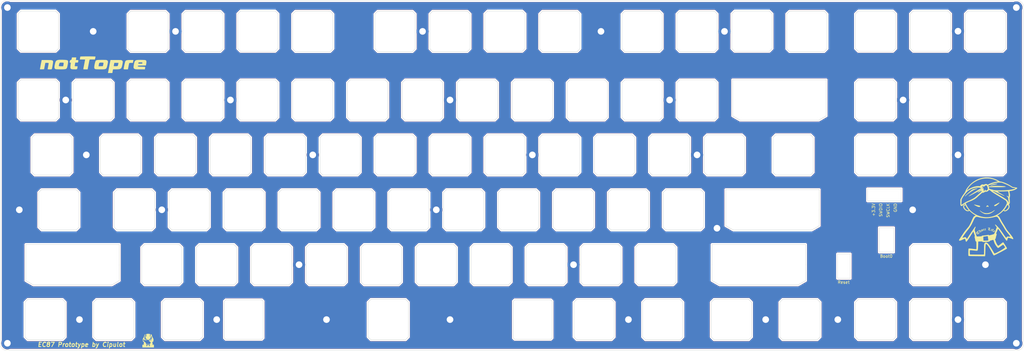
<source format=kicad_pcb>
(kicad_pcb (version 20211014) (generator pcbnew)
  (layers (0 "F.Cu" signal) (31 "B.Cu" signal) (34 "B.Paste" user) (35 "F.Paste" user) (36 "B.SilkS" user "B.Silkscreen") (37 "F.SilkS" user "F.Silkscreen") (38 "B.Mask" user) (39 "F.Mask" user) (44 "Edge.Cuts" user))
  (net 0 "")
  (net 1 "GND")
  (footprint "cipulot_parts:plate_cut_ecs_pad" (layer "F.Cu") (at 276.83 117.55 180)
    (fp_text reference "SW30")
    (fp_text value "EC_SW" hide)
    (fp_line (start -6 -7) (end -7 -6) (layer "Edge.Cuts") (width 0.12))
    (fp_line (start -7 6) (end -6 7) (layer "Edge.Cuts") (width 0.12))
    (fp_line (start -7 -6) (end -7 6) (layer "Edge.Cuts") (width 0.12))
    (fp_line (start -6 7) (end 6 7) (layer "Edge.Cuts") (width 0.12))
    (fp_line (start 6 7) (end 7 6) (layer "Edge.Cuts") (width 0.12))
    (fp_line (start 6 -7) (end 7 -6) (layer "Edge.Cuts") (width 0.12))
    (fp_line (start 6 -7) (end -6 -7) (layer "Edge.Cuts") (width 0.12))
    (fp_line (start 7 6) (end 7 -6) (layer "Edge.Cuts") (width 0.12))
  )
  (footprint "cipulot_parts:plate_cut_ecs_pad" (layer "F.Cu") (at 267.33 136.55)
    (fp_text reference "SW46")
    (fp_text value "EC_SW" hide)
    (fp_line (start 6 7) (end 7 6) (layer "Edge.Cuts") (width 0.12))
    (fp_line (start -6 7) (end 6 7) (layer "Edge.Cuts") (width 0.12))
    (fp_line (start -7 6) (end -6 7) (layer "Edge.Cuts") (width 0.12))
    (fp_line (start -7 -6) (end -7 6) (layer "Edge.Cuts") (width 0.12))
    (fp_line (start 6 -7) (end -6 -7) (layer "Edge.Cuts") (width 0.12))
    (fp_line (start -6 -7) (end -7 -6) (layer "Edge.Cuts") (width 0.12))
    (fp_line (start 7 6) (end 7 -6) (layer "Edge.Cuts") (width 0.12))
    (fp_line (start 6 -7) (end 7 -6) (layer "Edge.Cuts") (width 0.12))
  )
  (footprint "cipulot_parts:plate_cut_ecs_pad" (layer "F.Cu") (at 105.83 117.55 180)
    (fp_text reference "SW21")
    (fp_text value "EC_SW" hide)
    (fp_line (start -7 6) (end -6 7) (layer "Edge.Cuts") (width 0.12))
    (fp_line (start 6 7) (end 7 6) (layer "Edge.Cuts") (width 0.12))
    (fp_line (start 7 6) (end 7 -6) (layer "Edge.Cuts") (width 0.12))
    (fp_line (start -7 -6) (end -7 6) (layer "Edge.Cuts") (width 0.12))
    (fp_line (start -6 7) (end 6 7) (layer "Edge.Cuts") (width 0.12))
    (fp_line (start 6 -7) (end -6 -7) (layer "Edge.Cuts") (width 0.12))
    (fp_line (start -6 -7) (end -7 -6) (layer "Edge.Cuts") (width 0.12))
    (fp_line (start 6 -7) (end 7 -6) (layer "Edge.Cuts") (width 0.12))
  )
  (footprint "" (layer "F.Cu") (at 351.45 155.5575)
    (fp_text reference "" (at 0 0) (layer "F.SilkS") (effects (font (size 1.27 1.27))))
    (fp_text value "" (at 0 0) (layer "F.SilkS") (effects (font (size 1.27 1.27))))
    (pad "" thru_hole circle locked (at 0 0) (size 4.2 4.2) (drill 2.3) (layers *.Cu *.Mask) (net 1 "GND"))
  )
  (footprint "cipulot_parts:plate_cut_ecs_pad" (layer "F.Cu") (at 276.83 93.8)
    (fp_text reference "SW12")
    (fp_text value "EC_SW" hide)
    (fp_line (start -6 7) (end 6 7) (layer "Edge.Cuts") (width 0.12))
    (fp_line (start -6 -7) (end -7 -6) (layer "Edge.Cuts") (width 0.12))
    (fp_line (start 6 7) (end 7 6) (layer "Edge.Cuts") (width 0.12))
    (fp_line (start -7 6) (end -6 7) (layer "Edge.Cuts") (width 0.12))
    (fp_line (start -7 -6) (end -7 6) (layer "Edge.Cuts") (width 0.12))
    (fp_line (start 6 -7) (end -6 -7) (layer "Edge.Cuts") (width 0.12))
    (fp_line (start 6 -7) (end 7 -6) (layer "Edge.Cuts") (width 0.12))
    (fp_line (start 7 6) (end 7 -6) (layer "Edge.Cuts") (width 0.12))
  )
  (footprint "" (layer "F.Cu") (at 267.33 117.55)
    (fp_text reference "" (at 0 0) (layer "F.SilkS") (effects (font (size 1.27 1.27))))
    (fp_text value "" (at 0 0) (layer "F.SilkS") (effects (font (size 1.27 1.27))))
    (pad "" thru_hole circle locked (at 0 0) (size 4.2 4.2) (drill 2.3) (layers *.Cu *.Mask) (net 1 "GND"))
  )
  (footprint "cipulot_parts:plate_cut_ecs_pad" (layer "F.Cu") (at 167.58 174.55)
    (fp_text reference "SW70")
    (fp_text value "EC_SW" hide)
    (fp_line (start -7 6) (end -6 7) (layer "Edge.Cuts") (width 0.12))
    (fp_line (start 7 6) (end 7 -6) (layer "Edge.Cuts") (width 0.12))
    (fp_line (start -6 -7) (end -7 -6) (layer "Edge.Cuts") (width 0.12))
    (fp_line (start 6 -7) (end -6 -7) (layer "Edge.Cuts") (width 0.12))
    (fp_line (start 6 -7) (end 7 -6) (layer "Edge.Cuts") (width 0.12))
    (fp_line (start 6 7) (end 7 6) (layer "Edge.Cuts") (width 0.12))
    (fp_line (start -6 7) (end 6 7) (layer "Edge.Cuts") (width 0.12))
    (fp_line (start -7 -6) (end -7 6) (layer "Edge.Cuts") (width 0.12))
  )
  (footprint "cipulot_parts:plate_cut_ecs_pad" (layer "F.Cu") (at 200.83 117.55 180)
    (fp_text reference "SW26")
    (fp_text value "EC_SW" hide)
    (fp_line (start -7 6) (end -6 7) (layer "Edge.Cuts") (width 0.12))
    (fp_line (start -7 -6) (end -7 6) (layer "Edge.Cuts") (width 0.12))
    (fp_line (start -6 7) (end 6 7) (layer "Edge.Cuts") (width 0.12))
    (fp_line (start 6 7) (end 7 6) (layer "Edge.Cuts") (width 0.12))
    (fp_line (start 7 6) (end 7 -6) (layer "Edge.Cuts") (width 0.12))
    (fp_line (start 6 -7) (end -6 -7) (layer "Edge.Cuts") (width 0.12))
    (fp_line (start -6 -7) (end -7 -6) (layer "Edge.Cuts") (width 0.12))
    (fp_line (start 6 -7) (end 7 -6) (layer "Edge.Cuts") (width 0.12))
  )
  (footprint "cipulot_parts:plate_cut_ecs_pad" (layer "F.Cu") (at 264.955 193.55 180)
    (fp_text reference "SW83")
    (fp_text value "EC_SW" hide)
    (fp_line (start -6 7) (end 6 7) (layer "Edge.Cuts") (width 0.12))
    (fp_line (start 6 -7) (end 7 -6) (layer "Edge.Cuts") (width 0.12))
    (fp_line (start -7 -6) (end -7 6) (layer "Edge.Cuts") (width 0.12))
    (fp_line (start -6 -7) (end -7 -6) (layer "Edge.Cuts") (width 0.12))
    (fp_line (start 6 -7) (end -6 -7) (layer "Edge.Cuts") (width 0.12))
    (fp_line (start 7 6) (end 7 -6) (layer "Edge.Cuts") (width 0.12))
    (fp_line (start 6 7) (end 7 6) (layer "Edge.Cuts") (width 0.12))
    (fp_line (start -7 6) (end -6 7) (layer "Edge.Cuts") (width 0.12))
  )
  (footprint "cipulot_parts:plate_cut_ecs_pad" (layer "F.Cu") (at 172.33 93.8)
    (fp_text reference "SW7")
    (fp_text value "EC_SW" hide)
    (fp_line (start -6 -7) (end -7 -6) (layer "Edge.Cuts") (width 0.12))
    (fp_line (start 7 6) (end 7 -6) (layer "Edge.Cuts") (width 0.12))
    (fp_line (start 6 7) (end 7 6) (layer "Edge.Cuts") (width 0.12))
    (fp_line (start -6 7) (end 6 7) (layer "Edge.Cuts") (width 0.12))
    (fp_line (start -7 6) (end -6 7) (layer "Edge.Cuts") (width 0.12))
    (fp_line (start 6 -7) (end -6 -7) (layer "Edge.Cuts") (width 0.12))
    (fp_line (start -7 -6) (end -7 6) (layer "Edge.Cuts") (width 0.12))
    (fp_line (start 6 -7) (end 7 -6) (layer "Edge.Cuts") (width 0.12))
  )
  (footprint "cipulot_parts:plate_cut_ecs_pad" (layer "F.Cu") (at 91.58 174.55)
    (fp_text reference "SW66")
    (fp_text value "EC_SW" hide)
    (fp_line (start -6 7) (end 6 7) (layer "Edge.Cuts") (width 0.12))
    (fp_line (start 6 -7) (end -6 -7) (layer "Edge.Cuts") (width 0.12))
    (fp_line (start 7 6) (end 7 -6) (layer "Edge.Cuts") (width 0.12))
    (fp_line (start 6 -7) (end 7 -6) (layer "Edge.Cuts") (width 0.12))
    (fp_line (start -7 6) (end -6 7) (layer "Edge.Cuts") (width 0.12))
    (fp_line (start -7 -6) (end -7 6) (layer "Edge.Cuts") (width 0.12))
    (fp_line (start -6 -7) (end -7 -6) (layer "Edge.Cuts") (width 0.12))
    (fp_line (start 6 7) (end 7 6) (layer "Edge.Cuts") (width 0.12))
  )
  (footprint "cipulot_parts:plate_cut_ecs_pad" (layer "F.Cu") (at 101.08 155.55)
    (fp_text reference "SW54")
    (fp_text value "EC_SW" hide)
    (fp_line (start 6 -7) (end 7 -6) (layer "Edge.Cuts") (width 0.12))
    (fp_line (start 7 6) (end 7 -6) (layer "Edge.Cuts") (width 0.12))
    (fp_line (start -6 -7) (end -7 -6) (layer "Edge.Cuts") (width 0.12))
    (fp_line (start -6 7) (end 6 7) (layer "Edge.Cuts") (width 0.12))
    (fp_line (start -7 -6) (end -7 6) (layer "Edge.Cuts") (width 0.12))
    (fp_line (start -7 6) (end -6 7) (layer "Edge.Cuts") (width 0.12))
    (fp_line (start 6 7) (end 7 6) (layer "Edge.Cuts") (width 0.12))
    (fp_line (start 6 -7) (end -6 -7) (layer "Edge.Cuts") (width 0.12))
  )
  (footprint "cipulot_parts:plate_cut_ecs_pad" (layer "F.Cu") (at 148.58 174.55)
    (fp_text reference "SW69")
    (fp_text value "EC_SW" hide)
    (fp_line (start 6 7) (end 7 6) (layer "Edge.Cuts") (width 0.12))
    (fp_line (start 7 6) (end 7 -6) (layer "Edge.Cuts") (width 0.12))
    (fp_line (start -7 6) (end -6 7) (layer "Edge.Cuts") (width 0.12))
    (fp_line (start 6 -7) (end -6 -7) (layer "Edge.Cuts") (width 0.12))
    (fp_line (start -7 -6) (end -7 6) (layer "Edge.Cuts") (width 0.12))
    (fp_line (start -6 7) (end 6 7) (layer "Edge.Cuts") (width 0.12))
    (fp_line (start 6 -7) (end 7 -6) (layer "Edge.Cuts") (width 0.12))
    (fp_line (start -6 -7) (end -7 -6) (layer "Edge.Cuts") (width 0.12))
  )
  (footprint "cipulot_parts:plate_cut_ecs_pad" (layer "F.Cu") (at 129.58 174.55)
    (fp_text reference "SW68")
    (fp_text value "EC_SW" hide)
    (fp_line (start -6 7) (end 6 7) (layer "Edge.Cuts") (width 0.12))
    (fp_line (start -7 6) (end -6 7) (layer "Edge.Cuts") (width 0.12))
    (fp_line (start -7 -6) (end -7 6) (layer "Edge.Cuts") (width 0.12))
    (fp_line (start 6 -7) (end -6 -7) (layer "Edge.Cuts") (width 0.12))
    (fp_line (start 6 -7) (end 7 -6) (layer "Edge.Cuts") (width 0.12))
    (fp_line (start 6 7) (end 7 6) (layer "Edge.Cuts") (width 0.12))
    (fp_line (start -6 -7) (end -7 -6) (layer "Edge.Cuts") (width 0.12))
    (fp_line (start 7 6) (end 7 -6) (layer "Edge.Cuts") (width 0.12))
  )
  (footprint "" (layer "F.Cu") (at 276.83 136.55)
    (fp_text reference "" (at 0 0) (layer "F.SilkS") (effects (font (size 1.27 1.27))))
    (fp_text value "" (at 0 0) (layer "F.SilkS") (effects (font (size 1.27 1.27))))
    (pad "" thru_hole circle locked (at 0 0) (size 4.2 4.2) (drill 2.3) (layers *.Cu *.Mask) (net 1 "GND"))
  )
  (footprint "cipulot_parts:plate_cut_ecs_pad" (layer "F.Cu") (at 48.83 93.7375)
    (fp_text reference "SW2")
    (fp_text value "EC_SW" hide)
    (fp_line (start 7 6) (end 7 -6) (layer "Edge.Cuts") (width 0.12))
    (fp_line (start 6 7) (end 7 6) (layer "Edge.Cuts") (width 0.12))
    (fp_line (start -6 7) (end 6 7) (layer "Edge.Cuts") (width 0.12))
    (fp_line (start 6 -7) (end 7 -6) (layer "Edge.Cuts") (width 0.12))
    (fp_line (start 6 -7) (end -6 -7) (layer "Edge.Cuts") (width 0.12))
    (fp_line (start -7 6) (end -6 7) (layer "Edge.Cuts") (width 0.12))
    (fp_line (start -7 -6) (end -7 6) (layer "Edge.Cuts") (width 0.12))
    (fp_line (start -6 -7) (end -7 -6) (layer "Edge.Cuts") (width 0.12))
  )
  (footprint "cipulot_parts:plate_cut_wide_ecs_pad" (layer "F.Cu") (at 60.705 174.55)
    (fp_text reference "SW65")
    (fp_text value "EC_SW" hide)
    (fp_line (start -16.2 5.5) (end -13.601924 7) (layer "Edge.Cuts") (width 0.12))
    (fp_line (start 16.2 0) (end 16.2 5.5) (layer "Edge.Cuts") (width 0.12))
    (fp_line (start 16.2 5.5) (end 13.601924 7) (layer "Edge.Cuts") (width 0.12))
    (fp_line (start 16.2 -7) (end 16.2 0) (layer "Edge.Cuts") (width 0.12))
    (fp_line (start 13.601924 7) (end -13.601924 7) (layer "Edge.Cuts") (width 0.12))
    (fp_line (start -16.2 0) (end -16.2 -7) (layer "Edge.Cuts") (width 0.12))
    (fp_line (start -16.2 0) (end -16.2 5.5) (layer "Edge.Cuts") (width 0.12))
    (fp_line (start -16.2 -7) (end 16.2 -7) (layer "Edge.Cuts") (width 0.12))
  )
  (footprint "cipulot_parts:plate_cut_ecs_pad" (layer "F.Cu") (at 310.08 136.55 180)
    (fp_text reference "SW48")
    (fp_text value "EC_SW" hide)
    (fp_line (start -6 7) (end 6 7) (layer "Edge.Cuts") (width 0.12))
    (fp_line (start 6 -7) (end 7 -6) (layer "Edge.Cuts") (width 0.12))
    (fp_line (start -7 6) (end -6 7) (layer "Edge.Cuts") (width 0.12))
    (fp_line (start 7 6) (end 7 -6) (layer "Edge.Cuts") (width 0.12))
    (fp_line (start -7 -6) (end -7 6) (layer "Edge.Cuts") (width 0.12))
    (fp_line (start 6 -7) (end -6 -7) (layer "Edge.Cuts") (width 0.12))
    (fp_line (start 6 7) (end 7 6) (layer "Edge.Cuts") (width 0.12))
    (fp_line (start -6 -7) (end -7 -6) (layer "Edge.Cuts") (width 0.12))
  )
  (footprint "kbd:M2_Hole_TH" (layer "F.Cu") (at 63.08 193.55)
    (fp_text reference "" (at 0 -3.2) (layer "F.SilkS"))
    (fp_text value "")
    (pad "" thru_hole circle locked (at 0 0) (size 4.2 4.2) (drill 2.3) (layers *.Cu *.Mask) (net 1 "GND"))
  )
  (footprint "cipulot_parts:plate_cut_ecs_pad" (layer "F.Cu") (at 357.6425 193.55 180)
    (fp_text reference "SW87")
    (fp_text value "EC_SW" hide)
    (fp_line (start 7 6) (end 7 -6) (layer "Edge.Cuts") (width 0.12))
    (fp_line (start -7 6) (end -6 7) (layer "Edge.Cuts") (width 0.12))
    (fp_line (start 6 7) (end 7 6) (layer "Edge.Cuts") (width 0.12))
    (fp_line (start -6 7) (end 6 7) (layer "Edge.Cuts") (width 0.12))
    (fp_line (start -6 -7) (end -7 -6) (layer "Edge.Cuts") (width 0.12))
    (fp_line (start 6 -7) (end -6 -7) (layer "Edge.Cuts") (width 0.12))
    (fp_line (start -7 -6) (end -7 6) (layer "Edge.Cuts") (width 0.12))
    (fp_line (start 6 -7) (end 7 -6) (layer "Edge.Cuts") (width 0.12))
  )
  (footprint "LOGO" (layer "F.Cu") (at 67.83 105.33)
    (fp_text reference "G***" hide)
    (fp_text value "LOGO" hide)
  )
  (footprint "kbd:M2_Hole_TH" (layer "F.Cu") (at 58.33 117.55)
    (fp_text reference "" (at 0 -3.2) (layer "F.SilkS"))
    (fp_text value "")
    (pad "" thru_hole circle locked (at 0 0) (size 4.2 4.2) (drill 2.3) (layers *.Cu *.Mask) (net 1 "GND"))
  )
  (footprint "" (layer "F.Cu") (at 186.58 155.55)
    (fp_text reference "" (at 0 0) (layer "F.SilkS") (effects (font (size 1.27 1.27))))
    (fp_text value "" (at 0 0) (layer "F.SilkS") (effects (font (size 1.27 1.27))))
    (pad "" thru_hole circle locked (at 0 0) (size 4.2 4.2) (drill 2.3) (layers *.Cu *.Mask) (net 1 "GND"))
  )
  (footprint "cipulot_parts:plate_cut_ecs_pad" (layer "F.Cu") (at 357.6425 93.7375)
    (fp_text reference "SW16")
    (fp_text value "EC_SW" hide)
    (fp_line (start 6 7) (end 7 6) (layer "Edge.Cuts") (width 0.12))
    (fp_line (start -7 -6) (end -7 6) (layer "Edge.Cuts") (width 0.12))
    (fp_line (start 6 -7) (end -6 -7) (layer "Edge.Cuts") (width 0.12))
    (fp_line (start 6 -7) (end 7 -6) (layer "Edge.Cuts") (width 0.12))
    (fp_line (start -7 6) (end -6 7) (layer "Edge.Cuts") (width 0.12))
    (fp_line (start -6 -7) (end -7 -6) (layer "Edge.Cuts") (width 0.12))
    (fp_line (start -6 7) (end 6 7) (layer "Edge.Cuts") (width 0.12))
    (fp_line (start 7 6) (end 7 -6) (layer "Edge.Cuts") (width 0.12))
  )
  (footprint "cipulot_parts:plate_cut_ecs_pad" (layer "F.Cu") (at 257.83 117.55 180)
    (fp_text reference "SW29")
    (fp_text value "EC_SW" hide)
    (fp_line (start -7 -6) (end -7 6) (layer "Edge.Cuts") (width 0.12))
    (fp_line (start -6 7) (end 6 7) (layer "Edge.Cuts") (width 0.12))
    (fp_line (start 6 -7) (end 7 -6) (layer "Edge.Cuts") (width 0.12))
    (fp_line (start -7 6) (end -6 7) (layer "Edge.Cuts") (width 0.12))
    (fp_line (start 7 6) (end 7 -6) (layer "Edge.Cuts") (width 0.12))
    (fp_line (start 6 7) (end 7 6) (layer "Edge.Cuts") (width 0.12))
    (fp_line (start -6 -7) (end -7 -6) (layer "Edge.Cuts") (width 0.12))
    (fp_line (start 6 -7) (end -6 -7) (layer "Edge.Cuts") (width 0.12))
  )
  (footprint "cipulot_parts:plate_cut_ecs_pad" (layer "F.Cu") (at 257.83 93.8)
    (fp_text reference "SW11")
    (fp_text value "EC_SW" hide)
    (fp_line (start -6 7) (end 6 7) (layer "Edge.Cuts") (width 0.12))
    (fp_line (start 6 -7) (end -6 -7) (layer "Edge.Cuts") (width 0.12))
    (fp_line (start -7 6) (end -6 7) (layer "Edge.Cuts") (width 0.12))
    (fp_line (start 6 -7) (end 7 -6) (layer "Edge.Cuts") (width 0.12))
    (fp_line (start -6 -7) (end -7 -6) (layer "Edge.Cuts") (width 0.12))
    (fp_line (start 7 6) (end 7 -6) (layer "Edge.Cuts") (width 0.12))
    (fp_line (start 6 7) (end 7 6) (layer "Edge.Cuts") (width 0.12))
    (fp_line (start -7 -6) (end -7 6) (layer "Edge.Cuts") (width 0.12))
  )
  (footprint "cipulot_parts:plate_cut_ecs_pad" (layer "F.Cu") (at 177.08 155.55)
    (fp_text reference "SW58")
    (fp_text value "EC_SW" hide)
    (fp_line (start 6 -7) (end -6 -7) (layer "Edge.Cuts") (width 0.12))
    (fp_line (start 6 -7) (end 7 -6) (layer "Edge.Cuts") (width 0.12))
    (fp_line (start -6 -7) (end -7 -6) (layer "Edge.Cuts") (width 0.12))
    (fp_line (start 7 6) (end 7 -6) (layer "Edge.Cuts") (width 0.12))
    (fp_line (start -7 6) (end -6 7) (layer "Edge.Cuts") (width 0.12))
    (fp_line (start 6 7) (end 7 6) (layer "Edge.Cuts") (width 0.12))
    (fp_line (start -6 7) (end 6 7) (layer "Edge.Cuts") (width 0.12))
    (fp_line (start -7 -6) (end -7 6) (layer "Edge.Cuts") (width 0.12))
  )
  (footprint "cipulot_parts:plate_cut_ecs_pad" (layer "F.Cu") (at 314.83 93.8)
    (fp_text reference "SW14")
    (fp_text value "EC_SW" hide)
    (fp_line (start -6 -7) (end -7 -6) (layer "Edge.Cuts") (width 0.12))
    (fp_line (start -7 -6) (end -7 6) (layer "Edge.Cuts") (width 0.12))
    (fp_line (start 6 7) (end 7 6) (layer "Edge.Cuts") (width 0.12))
    (fp_line (start -6 7) (end 6 7) (layer "Edge.Cuts") (width 0.12))
    (fp_line (start 6 -7) (end -6 -7) (layer "Edge.Cuts") (width 0.12))
    (fp_line (start 6 -7) (end 7 -6) (layer "Edge.Cuts") (width 0.12))
    (fp_line (start -7 6) (end -6 7) (layer "Edge.Cuts") (width 0.12))
    (fp_line (start 7 6) (end 7 -6) (layer "Edge.Cuts") (width 0.12))
  )
  (footprint "cipulot_parts:plate_cut_ecs_pad" (layer "F.Cu") (at 253.08 155.55)
    (fp_text reference "SW62")
    (fp_text value "EC_SW" hide)
    (fp_line (start 7 6) (end 7 -6) (layer "Edge.Cuts") (width 0.12))
    (fp_line (start -7 -6) (end -7 6) (layer "Edge.Cuts") (width 0.12))
    (fp_line (start 6 -7) (end 7 -6) (layer "Edge.Cuts") (width 0.12))
    (fp_line (start -6 -7) (end -7 -6) (layer "Edge.Cuts") (width 0.12))
    (fp_line (start -7 6) (end -6 7) (layer "Edge.Cuts") (width 0.12))
    (fp_line (start 6 7) (end 7 6) (layer "Edge.Cuts") (width 0.12))
    (fp_line (start 6 -7) (end -6 -7) (layer "Edge.Cuts") (width 0.12))
    (fp_line (start -6 7) (end 6 7) (layer "Edge.Cuts") (width 0.12))
  )
  (footprint "cipulot_parts:plate_cut_ecs_pad" (layer "F.Cu") (at 272.08 155.55)
    (fp_text reference "SW63")
    (fp_text value "EC_SW" hide)
    (fp_line (start 7 6) (end 7 -6) (layer "Edge.Cuts") (width 0.12))
    (fp_line (start 6 -7) (end 7 -6) (layer "Edge.Cuts") (width 0.12))
    (fp_line (start -7 -6) (end -7 6) (layer "Edge.Cuts") (width 0.12))
    (fp_line (start 6 -7) (end -6 -7) (layer "Edge.Cuts") (width 0.12))
    (fp_line (start -7 6) (end -6 7) (layer "Edge.Cuts") (width 0.12))
    (fp_line (start -6 -7) (end -7 -6) (layer "Edge.Cuts") (width 0.12))
    (fp_line (start -6 7) (end 6 7) (layer "Edge.Cuts") (width 0.12))
    (fp_line (start 6 7) (end 7 6) (layer "Edge.Cuts") (width 0.12))
  )
  (footprint "cipulot_parts:plate_cut_ecs_pad" (layer "F.Cu") (at 124.83 117.55 180)
    (fp_text reference "SW22")
    (fp_text value "EC_SW" hide)
    (fp_line (start 6 -7) (end 7 -6) (layer "Edge.Cuts") (width 0.12))
    (fp_line (start -6 7) (end 6 7) (layer "Edge.Cuts") (width 0.12))
    (fp_line (start 6 -7) (end -6 -7) (layer "Edge.Cuts") (width 0.12))
    (fp_line (start -6 -7) (end -7 -6) (layer "Edge.Cuts") (width 0.12))
    (fp_line (start 7 6) (end 7 -6) (layer "Edge.Cuts") (width 0.12))
    (fp_line (start -7 -6) (end -7 6) (layer "Edge.Cuts") (width 0.12))
    (fp_line (start 6 7) (end 7 6) (layer "Edge.Cuts") (width 0.12))
    (fp_line (start -7 6) (end -6 7) (layer "Edge.Cuts") (width 0.12))
  )
  (footprint "cipulot_parts:plate_cut_ecs_pad" (layer "F.Cu") (at 238.83 117.55 180)
    (fp_text reference "SW28")
    (fp_text value "EC_SW" hide)
    (fp_line (start 7 6) (end 7 -6) (layer "Edge.Cuts") (width 0.12))
    (fp_line (start -6 -7) (end -7 -6) (layer "Edge.Cuts") (width 0.12))
    (fp_line (start -7 -6) (end -7 6) (layer "Edge.Cuts") (width 0.12))
    (fp_line (start -6 7) (end 6 7) (layer "Edge.Cuts") (width 0.12))
    (fp_line (start -7 6) (end -6 7) (layer "Edge.Cuts") (width 0.12))
    (fp_line (start 6 -7) (end 7 -6) (layer "Edge.Cuts") (width 0.12))
    (fp_line (start 6 -7) (end -6 -7) (layer "Edge.Cuts") (width 0.12))
    (fp_line (start 6 7) (end 7 6) (layer "Edge.Cuts") (width 0.12))
  )
  (footprint "" (layer "F.Cu") (at 286.33 93.8)
    (fp_text reference "" (at 0 0) (layer "F.SilkS") (effects (font (size 1.27 1.27))))
    (fp_text value "" (at 0 0) (layer "F.SilkS") (effects (font (size 1.27 1.27))))
    (pad "" thru_hole circle locked (at 0 0) (size 4.2 4.2) (drill 2.3) (layers *.Cu *.Mask) (net 1 "GND"))
  )
  (footprint "cipulot_parts:plate_cut_ecs_pad" (layer "F.Cu") (at 229.33 136.55)
    (fp_text reference "SW44")
    (fp_text value "EC_SW" hide)
    (fp_line (start -6 7) (end 6 7) (layer "Edge.Cuts") (width 0.12))
    (fp_line (start 7 6) (end 7 -6) (layer "Edge.Cuts") (width 0.12))
    (fp_line (start -7 6) (end -6 7) (layer "Edge.Cuts") (width 0.12))
    (fp_line (start -6 -7) (end -7 -6) (layer "Edge.Cuts") (width 0.12))
    (fp_line (start -7 -6) (end -7 6) (layer "Edge.Cuts") (width 0.12))
    (fp_line (start 6 -7) (end 7 -6) (layer "Edge.Cuts") (width 0.12))
    (fp_line (start 6 7) (end 7 6) (layer "Edge.Cuts") (width 0.12))
    (fp_line (start 6 -7) (end -6 -7) (layer "Edge.Cuts") (width 0.12))
  )
  (footprint "kbd:M2_Hole_TH" (layer "F.Cu") (at 110.58 193.55)
    (fp_text reference "" (at 0 -3.2) (layer "F.SilkS"))
    (fp_text value "")
    (pad "" thru_hole circle locked (at 0 0) (size 4.2 4.2) (drill 2.3) (layers *.Cu *.Mask) (net 1 "GND"))
  )
  (footprint "cipulot_parts:plate_cut_ecs_pad" (layer "F.Cu") (at 219.83 117.55 180)
    (fp_text reference "SW27")
    (fp_text value "EC_SW" hide)
    (fp_line (start 6 -7) (end 7 -6) (layer "Edge.Cuts") (width 0.12))
    (fp_line (start 6 -7) (end -6 -7) (layer "Edge.Cuts") (width 0.12))
    (fp_line (start -6 7) (end 6 7) (layer "Edge.Cuts") (width 0.12))
    (fp_line (start -7 6) (end -6 7) (layer "Edge.Cuts") (width 0.12))
    (fp_line (start 6 7) (end 7 6) (layer "Edge.Cuts") (width 0.12))
    (fp_line (start 7 6) (end 7 -6) (layer "Edge.Cuts") (width 0.12))
    (fp_line (start -7 -6) (end -7 6) (layer "Edge.Cuts") (width 0.12))
    (fp_line (start -6 -7) (end -7 -6) (layer "Edge.Cuts") (width 0.12))
  )
  (footprint "cipulot_parts:plate_cut_space_stab_ecs_pad" (layer "F.Cu") (at 169.955 193.55)
    (fp_text reference "REF**")
    (fp_text value "Value " hide)
    (fp_line (start -43.2755 -6.3635) (end -43.7825 -6.8705) (layer "Edge.Cuts") (width 0.12))
    (fp_line (start 43.2755 -6.3635) (end 43.7755 -6.8705) (layer "Edge.Cuts") (width 0.12))
    (fp_line (start -43.7825 -6.8705) (end -56.2305 -6.8705) (layer "Edge.Cuts") (width 0.12))
    (fp_line (start -56.7375 -6.3635) (end -56.7375 6.3635) (layer "Edge.Cuts") (width 0.12))
    (fp_line (start -43.7825 6.8705) (end -43.2755 6.3635) (layer "Edge.Cuts") (width 0.12))
    (fp_line (start 43.7755 -6.8705) (end 56.2375 -6.8705) (layer "Edge.Cuts") (width 0.12))
    (fp_line (start 43.7825 6.8705) (end 56.2305 6.8705) (layer "Edge.Cuts") (width 0.12))
    (fp_line (start 56.2375 -6.8705) (end 56.7375 -6.3635) (layer "Edge.Cuts") (width 0.12))
    (fp_line (start 43.2755 6.3635) (end 43.7825 6.8705) (layer "Edge.Cuts") (width 0.12))
    (fp_line (start -56.2305 6.8705) (end -43.7825 6.8705) (layer "Edge.Cuts") (width 0.12))
    (fp_line (start -56.2305 -6.8705) (end -56.7375 -6.3635) (layer "Edge.Cuts") (width 0.12))
    (fp_line (start 43.2755 -6.3635) (end 43.2755 6.3635) (layer "Edge.Cuts") (width 0.12))
    (fp_line (start -56.7375 6.3635) (end -56.2305 6.8705) (layer "Edge.Cuts") (width 0.12))
    (fp_line (start 56.2305 6.8705) (end 56.7375 6.3635) (layer "Edge.Cuts") (width 0.12))
    (fp_line (start 56.7375 6.3635) (end 56.7375 -6.3635) (layer "Edge.Cuts") (width 0.12))
    (fp_line (start -43.2755 6.3635) (end -43.2755 -6.3635) (layer "Edge.Cuts") (width 0.12))
  )
  (footprint "kbd:M2_Hole_TH" (layer "F.Cu") (at 191.33 193.55)
    (fp_text reference "" (at 0 -3.2) (layer "F.SilkS"))
    (fp_text value "")
    (pad "" thru_hole circle locked (at 0 0) (size 4.2 4.2) (drill 2.3) (layers *.Cu *.Mask) (net 1 "GND"))
  )
  (footprint "cipulot_parts:plate_cut_ecs_pad" (layer "F.Cu") (at 286.33 136.55)
    (fp_text reference "SW47")
    (fp_text value "EC_SW" hide)
    (fp_line (start 6 -7) (end 7 -6) (layer "Edge.Cuts") (width 0.12))
    (fp_line (start 7 6) (end 7 -6) (layer "Edge.Cuts") (width 0.12))
    (fp_line (start -7 -6) (end -7 6) (layer "Edge.Cuts") (width 0.12))
    (fp_line (start -6 7) (end 6 7) (layer "Edge.Cuts") (width 0.12))
    (fp_line (start -7 6) (end -6 7) (layer "Edge.Cuts") (width 0.12))
    (fp_line (start 6 7) (end 7 6) (layer "Edge.Cuts") (width 0.12))
    (fp_line (start 6 -7) (end -6 -7) (layer "Edge.Cuts") (width 0.12))
    (fp_line (start -6 -7) (end -7 -6) (layer "Edge.Cuts") (width 0.12))
  )
  (footprint "cipulot_parts:plate_cut_ecs_pad" (layer "F.Cu") (at 243.58 174.55)
    (fp_text reference "SW74")
    (fp_text value "EC_SW" hide)
    (fp_line (start -7 6) (end -6 7) (layer "Edge.Cuts") (width 0.12))
    (fp_line (start 7 6) (end 7 -6) (layer "Edge.Cuts") (width 0.12))
    (fp_line (start 6 -7) (end 7 -6) (layer "Edge.Cuts") (width 0.12))
    (fp_line (start 6 7) (end 7 6) (layer "Edge.Cuts") (width 0.12))
    (fp_line (start -6 7) (end 6 7) (layer "Edge.Cuts") (width 0.12))
    (fp_line (start -7 -6) (end -7 6) (layer "Edge.Cuts") (width 0.12))
    (fp_line (start -6 -7) (end -7 -6) (layer "Edge.Cuts") (width 0.12))
    (fp_line (start 6 -7) (end -6 -7) (layer "Edge.Cuts") (width 0.12))
  )
  (footprint "cipulot_parts:plate_cut_wide_ecs_pad" (layer "F.Cu") (at 298.205 174.55)
    (fp_text reference "SW76")
    (fp_text value "EC_SW" hide)
    (fp_line (start -16.2 -7) (end 16.2 -7) (layer "Edge.Cuts") (width 0.12))
    (fp_line (start 16.2 0) (end 16.2 5.5) (layer "Edge.Cuts") (width 0.12))
    (fp_line (start 13.601924 7) (end -13.601924 7) (layer "Edge.Cuts") (width 0.12))
    (fp_line (start 16.2 -7) (end 16.2 0) (layer "Edge.Cuts") (width 0.12))
    (fp_line (start -16.2 5.5) (end -13.601924 7) (layer "Edge.Cuts") (width 0.12))
    (fp_line (start 16.2 5.5) (end 13.601924 7) (layer "Edge.Cuts") (width 0.12))
    (fp_line (start -16.2 0) (end -16.2 -7) (layer "Edge.Cuts") (width 0.12))
    (fp_line (start -16.2 0) (end -16.2 5.5) (layer "Edge.Cuts") (width 0.12))
  )
  (footprint "cipulot_parts:plate_cut_ecs_pad" (layer "F.Cu") (at 196.08 155.55)
    (fp_text reference "SW59")
    (fp_text value "EC_SW" hide)
    (fp_line (start -7 6) (end -6 7) (layer "Edge.Cuts") (width 0.12))
    (fp_line (start 6 -7) (end -6 -7) (layer "Edge.Cuts") (width 0.12))
    (fp_line (start -6 7) (end 6 7) (layer "Edge.Cuts") (width 0.12))
    (fp_line (start 6 7) (end 7 6) (layer "Edge.Cuts") (width 0.12))
    (fp_line (start 7 6) (end 7 -6) (layer "Edge.Cuts") (width 0.12))
    (fp_line (start -7 -6) (end -7 6) (layer "Edge.Cuts") (width 0.12))
    (fp_line (start -6 -7) (end -7 -6) (layer "Edge.Cuts") (width 0.12))
    (fp_line (start 6 -7) (end 7 -6) (layer "Edge.Cuts") (width 0.12))
  )
  (footprint "cipulot_parts:plate_cut_ecs_pad" (layer "F.Cu") (at 53.58 136.55)
    (fp_text reference "SW35")
    (fp_text value "EC_SW" hide)
    (fp_line (start -6 -7) (end -7 -6) (layer "Edge.Cuts") (width 0.12))
    (fp_line (start -7 6) (end -6 7) (layer "Edge.Cuts") (width 0.12))
    (fp_line (start -7 -6) (end -7 6) (layer "Edge.Cuts") (width 0.12))
    (fp_line (start -6 7) (end 6 7) (layer "Edge.Cuts") (width 0.12))
    (fp_line (start 6 7) (end 7 6) (layer "Edge.Cuts") (width 0.12))
    (fp_line (start 6 -7) (end 7 -6) (layer "Edge.Cuts") (width 0.12))
    (fp_line (start 7 6) (end 7 -6) (layer "Edge.Cuts") (width 0.12))
    (fp_line (start 6 -7) (end -6 -7) (layer "Edge.Cuts") (width 0.12))
  )
  (footprint "cipulot_parts:plate_cut_ecs_pad" (layer "F.Cu") (at 210.33 136.55)
    (fp_text reference "SW43")
    (fp_text value "EC_SW" hide)
    (fp_line (start -7 6) (end -6 7) (layer "Edge.Cuts") (width 0.12))
    (fp_line (start 6 -7) (end 7 -6) (layer "Edge.Cuts") (width 0.12))
    (fp_line (start 6 7) (end 7 6) (layer "Edge.Cuts") (width 0.12))
    (fp_line (start -7 -6) (end -7 6) (layer "Edge.Cuts") (width 0.12))
    (fp_line (start -6 -7) (end -7 -6) (layer "Edge.Cuts") (width 0.12))
    (fp_line (start -6 7) (end 6 7) (layer "Edge.Cuts") (width 0.12))
    (fp_line (start 7 6) (end 7 -6) (layer "Edge.Cuts") (width 0.12))
    (fp_line (start 6 -7) (end -6 -7) (layer "Edge.Cuts") (width 0.12))
  )
  (footprint "cipulot_parts:plate_cut_ecs_pad" (layer "F.Cu") (at 186.58 174.55)
    (fp_text reference "SW71")
    (fp_text value "EC_SW" hide)
    (fp_line (start -7 6) (end -6 7) (layer "Edge.Cuts") (width 0.12))
    (fp_line (start -7 -6) (end -7 6) (layer "Edge.Cuts") (width 0.12))
    (fp_line (start 6 7) (end 7 6) (layer "Edge.Cuts") (width 0.12))
    (fp_line (start 6 -7) (end -6 -7) (layer "Edge.Cuts") (width 0.12))
    (fp_line (start 7 6) (end 7 -6) (layer "Edge.Cuts") (width 0.12))
    (fp_line (start -6 -7) (end -7 -6) (layer "Edge.Cuts") (width 0.12))
    (fp_line (start 6 -7) (end 7 -6) (layer "Edge.Cuts") (width 0.12))
    (fp_line (start -6 7) (end 6 7) (layer "Edge.Cuts") (width 0.12))
  )
  (footprint "" (layer "F.Cu") (at 219.83 136.55)
    (fp_text reference "" (at 0 0) (layer "F.SilkS") (effects (font (size 1.27 1.27))))
    (fp_text value "" (at 0 0) (layer "F.SilkS") (effects (font (size 1.27 1.27))))
    (pad "" thru_hole circle locked (at 0 0) (size 4.2 4.2) (drill 2.3) (layers *.Cu *.Mask) (net 1 "GND"))
  )
  (footprint "kbd:M2_Hole_TH" (layer "F.Cu") (at 65.455 136.55)
    (fp_text reference "" (at 0 -3.2) (layer "F.SilkS"))
    (fp_text value "")
    (pad "" thru_hole circle locked (at 0 0) (size 4.2 4.2) (drill 2.3) (layers *.Cu *.Mask) (net 1 "GND"))
  )
  (footprint "cipulot_parts:plate_cut_ecs_pad" (layer "F.Cu") (at 312.455 193.55)
    (fp_text reference "SW85")
    (fp_text value "EC_SW" hide)
    (fp_line (start -7 6) (end -6 7) (layer "Edge.Cuts") (width 0.12))
    (fp_line (start 6 7) (end 7 6) (layer "Edge.Cuts") (width 0.12))
    (fp_line (start 6 -7) (end -6 -7) (layer "Edge.Cuts") (width 0.12))
    (fp_line (start 6 -7) (end 7 -6) (layer "Edge.Cuts") (width 0.12))
    (fp_line (start 7 6) (end 7 -6) (layer "Edge.Cuts") (width 0.12))
    (fp_line (start -7 -6) (end -7 6) (layer "Edge.Cuts") (width 0.12))
    (fp_line (start -6 7) (end 6 7) (layer "Edge.Cuts") (width 0.12))
    (fp_line (start -6 -7) (end -7 -6) (layer "Edge.Cuts") (width 0.12))
  )
  (footprint "" (layer "F.Cu") (at 367.1425 136.55)
    (fp_text reference "" (at 0 0) (layer "F.SilkS") (effects (font (size 1.27 1.27))))
    (fp_text value "" (at 0 0) (layer "F.SilkS") (effects (font (size 1.27 1.27))))
    (pad "" thru_hole circle locked (at 0 0) (size 4.2 4.2) (drill 2.3) (layers *.Cu *.Mask) (net 1 "GND"))
  )
  (footprint "cipulot_parts:plate_cut_ecs_pad" (layer "F.Cu") (at 181.83 117.55 180)
    (fp_text reference "SW25")
    (fp_text value "EC_SW" hide)
    (fp_line (start 6 -7) (end -6 -7) (layer "Edge.Cuts") (width 0.12))
    (fp_line (start -7 6) (end -6 7) (layer "Edge.Cuts") (width 0.12))
    (fp_line (start -7 -6) (end -7 6) (layer "Edge.Cuts") (width 0.12))
    (fp_line (start -6 7) (end 6 7) (layer "Edge.Cuts") (width 0.12))
    (fp_line (start 7 6) (end 7 -6) (layer "Edge.Cuts") (width 0.12))
    (fp_line (start 6 7) (end 7 6) (layer "Edge.Cuts") (width 0.12))
    (fp_line (start 6 -7) (end 7 -6) (layer "Edge.Cuts") (width 0.12))
    (fp_line (start -6 -7) (end -7 -6) (layer "Edge.Cuts") (width 0.12))
  )
  (footprint "cipulot_parts:plate_cut_ecs_pad" (layer "F.Cu") (at 248.33 136.55)
    (fp_text reference "SW45")
    (fp_text value "EC_SW" hide)
    (fp_line (start 6 -7) (end 7 -6) (layer "Edge.Cuts") (width 0.12))
    (fp_line (start 6 -7) (end -6 -7) (layer "Edge.Cuts") (width 0.12))
    (fp_line (start 6 7) (end 7 6) (layer "Edge.Cuts") (width 0.12))
    (fp_line (start 7 6) (end 7 -6) (layer "Edge.Cuts") (width 0.12))
    (fp_line (start -6 7) (end 6 7) (layer "Edge.Cuts") (width 0.12))
    (fp_line (start -7 6) (end -6 7) (layer "Edge.Cuts") (width 0.12))
    (fp_line (start -6 -7) (end -7 -6) (layer "Edge.Cuts") (width 0.12))
    (fp_line (start -7 -6) (end -7 6) (layer "Edge.Cuts") (width 0.12))
  )
  (footprint "" (layer "F.Cu") (at 115.33 117.55)
    (fp_text reference "" (at 0 0) (layer "F.SilkS") (effects (font (size 1.27 1.27))))
    (fp_text value "" (at 0 0) (layer "F.SilkS") (effects (font (size 1.27 1.27))))
    (pad "" thru_hole circle locked (at 0 0) (size 4.2 4.2) (drill 2.3) (layers *.Cu *.Mask) (net 1 "GND"))
  )
  (footprint "cipulot_parts:plate_cut_ecs_pad" (layer "F.Cu") (at 124.83 93.7375)
    (fp_text reference "SW5")
    (fp_text value "EC_SW" hide)
    (fp_line (start -6 -7) (end -7 -6) (layer "Edge.Cuts") (width 0.12))
    (fp_line (start -7 -6) (end -7 6) (layer "Edge.Cuts") (width 0.12))
    (fp_line (start 6 -7) (end 7 -6) (layer "Edge.Cuts") (width 0.12))
    (fp_line (start 6 -7) (end -6 -7) (layer "Edge.Cuts") (width 0.12))
    (fp_line (start 6 7) (end 7 6) (layer "Edge.Cuts") (width 0.12))
    (fp_line (start -7 6) (end -6 7) (layer "Edge.Cuts") (width 0.12))
    (fp_line (start 7 6) (end 7 -6) (layer "Edge.Cuts") (width 0.12))
    (fp_line (start -6 7) (end 6 7) (layer "Edge.Cuts") (width 0.12))
  )
  (footprint "cipulot_parts:plate_cut_ecs_pad" (layer "F.Cu") (at 143.83 117.55 180)
    (fp_text reference "SW23")
    (fp_text value "EC_SW" hide)
    (fp_line (start -7 6) (end -6 7) (layer "Edge.Cuts") (width 0.12))
    (fp_line (start -6 -7) (end -7 -6) (layer "Edge.Cuts") (width 0.12))
    (fp_line (start 6 -7) (end -6 -7) (layer "Edge.Cuts") (width 0.12))
    (fp_line (start 6 7) (end 7 6) (layer "Edge.Cuts") (width 0.12))
    (fp_line (start -6 7) (end 6 7) (layer "Edge.Cuts") (width 0.12))
    (fp_line (start 6 -7) (end 7 -6) (layer "Edge.Cuts") (width 0.12))
    (fp_line (start -7 -6) (end -7 6) (layer "Edge.Cuts") (width 0.12))
    (fp_line (start 7 6) (end 7 -6) (layer "Edge.Cuts") (width 0.12))
  )
  (footprint "cipulot_parts:plate_cut_ecs_pad" (layer "F.Cu") (at 134.33 136.55)
    (fp_text reference "SW39")
    (fp_text value "EC_SW" hide)
    (fp_line (start -7 -6) (end -7 6) (layer "Edge.Cuts") (width 0.12))
    (fp_line (start 6 7) (end 7 6) (layer "Edge.Cuts") (width 0.12))
    (fp_line (start -6 7) (end 6 7) (layer "Edge.Cuts") (width 0.12))
    (fp_line (start 7 6) (end 7 -6) (layer "Edge.Cuts") (width 0.12))
    (fp_line (start -7 6) (end -6 7) (layer "Edge.Cuts") (width 0.12))
    (fp_line (start 6 -7) (end -6 -7) (layer "Edge.Cuts") (width 0.12))
    (fp_line (start -6 -7) (end -7 -6) (layer "Edge.Cuts") (width 0.12))
    (fp_line (start 6 -7) (end 7 -6) (layer "Edge.Cuts") (width 0.12))
  )
  (footprint "cipulot_parts:plate_cut_ecs_pad" (layer "F.Cu") (at 357.6425 117.55 180)
    (fp_text reference "SW33")
    (fp_text value "EC_SW" hide)
    (fp_line (start -6 7) (end 6 7) (layer "Edge.Cuts") (width 0.12))
    (fp_line (start -7 6) (end -6 7) (layer "Edge.Cuts") (width 0.12))
    (fp_line (start 6 -7) (end -6 -7) (layer "Edge.Cuts") (width 0.12))
    (fp_line (start 7 6) (end 7 -6) (layer "Edge.Cuts") (width 0.12))
    (fp_line (start 6 -7) (end 7 -6) (layer "Edge.Cuts") (width 0.12))
    (fp_line (start -7 -6) (end -7 6) (layer "Edge.Cuts") (width 0.12))
    (fp_line (start 6 7) (end 7 6) (layer "Edge.Cuts") (width 0.12))
    (fp_line (start -6 -7) (end -7 -6) (layer "Edge.Cuts") (width 0.12))
  )
  (footprint "cipulot_parts:plate_cut_ecs_pad" (layer "F.Cu") (at 55.955 155.55)
    (fp_text reference "SW52")
    (fp_text value "EC_SW" hide)
    (fp_line (start 7 6) (end 7 -6) (layer "Edge.Cuts") (width 0.12))
    (fp_line (start 6 -7) (end -6 -7) (layer "Edge.Cuts") (width 0.12))
    (fp_line (start -6 7) (end 6 7) (layer "Edge.Cuts") (width 0.12))
    (fp_line (start 6 -7) (end 7 -6) (layer "Edge.Cuts") (width 0.12))
    (fp_line (start 6 7) (end 7 6) (layer "Edge.Cuts") (width 0.12))
    (fp_line (start -6 -7) (end -7 -6) (layer "Edge.Cuts") (width 0.12))
    (fp_line (start -7 6) (end -6 7) (layer "Edge.Cuts") (width 0.12))
    (fp_line (start -7 -6) (end -7 6) (layer "Edge.Cuts") (width 0.12))
  )
  (footprint "" (layer "F.Cu") (at 42.26 155.5575)
    (fp_text reference "" (at 0 0) (layer "F.SilkS") (effects (font (size 1.27 1.27))))
    (fp_text value "" (at 0 0) (layer "F.SilkS") (effects (font (size 1.27 1.27))))
    (pad "" thru_hole circle locked (at 0 0) (size 4.2 4.2) (drill 2.3) (layers *.Cu *.Mask) (net 1 "GND"))
  )
  (footprint "cipulot_parts:plate_cut_ecs_pad" (layer "F.Cu") (at 172.33 136.55)
    (fp_text reference "SW41")
    (fp_text value "EC_SW" hide)
    (fp_line (start 6 7) (end 7 6) (layer "Edge.Cuts") (width 0.12))
    (fp_line (start 6 -7) (end -6 -7) (layer "Edge.Cuts") (width 0.12))
    (fp_line (start -7 -6) (end -7 6) (layer "Edge.Cuts") (width 0.12))
    (fp_line (start -6 7) (end 6 7) (layer "Edge.Cuts") (width 0.12))
    (fp_line (start -7 6) (end -6 7) (layer "Edge.Cuts") (width 0.12))
    (fp_line (start 6 -7) (end 7 -6) (layer "Edge.Cuts") (width 0.12))
    (fp_line (start 7 6) (end 7 -6) (layer "Edge.Cuts") (width 0.12))
    (fp_line (start -6 -7) (end -7 -6) (layer "Edge.Cuts") (width 0.12))
  )
  (footprint "" (layer "F.Cu") (at 325.54875 193.55)
    (fp_text reference "" (at 0 0) (layer "F.SilkS") (effects (font (size 1.27 1.27))))
    (fp_text value "" (at 0 0) (layer "F.SilkS") (effects (font (size 1.27 1.27))))
    (pad "" thru_hole circle locked (at 0 0) (size 4.2 4.2) (drill 2.3) (layers *.Cu *.Mask) (net 1 "GND"))
  )
  (footprint "cipulot_parts:plate_cut_ecs_pad" (layer "F.Cu") (at 120.08 155.55)
    (fp_text reference "SW55")
    (fp_text value "EC_SW" hide)
    (fp_line (start -6 -7) (end -7 -6) (layer "Edge.Cuts") (width 0.12))
    (fp_line (start 6 -7) (end 7 -6) (layer "Edge.Cuts") (width 0.12))
    (fp_line (start 6 7) (end 7 6) (layer "Edge.Cuts") (width 0.12))
    (fp_line (start -7 -6) (end -7 6) (layer "Edge.Cuts") (width 0.12))
    (fp_line (start -6 7) (end 6 7) (layer "Edge.Cuts") (width 0.12))
    (fp_line (start 7 6) (end 7 -6) (layer "Edge.Cuts") (width 0.12))
    (fp_line (start -7 6) (end -6 7) (layer "Edge.Cuts") (width 0.12))
    (fp_line (start 6 -7) (end -6 -7) (layer "Edge.Cuts") (width 0.12))
  )
  (footprint "" (layer "F.Cu") (at 234.08 174.55)
    (fp_text reference "" (at 0 0) (layer "F.SilkS") (effects (font (size 1.27 1.27))))
    (fp_text value "" (at 0 0) (layer "F.SilkS") (effects (font (size 1.27 1.27))))
    (pad "" thru_hole circle locked (at 0 0) (size 4.2 4.2) (drill 2.3) (layers *.Cu *.Mask) (net 1 "GND"))
  )
  (footprint "cipulot_parts:plate_cut_wide_ecs_pad" (layer "F.Cu") (at 305.33 117.55)
    (fp_text reference "SW31")
    (fp_text value "EC_SW" hide)
    (fp_line (start 16.2 0) (end 16.2 5.5) (layer "Edge.Cuts") (width 0.12))
    (fp_line (start -16.2 0) (end -16.2 -7) (layer "Edge.Cuts") (width 0.12))
    (fp_line (start 16.2 -7) (end 16.2 0) (layer "Edge.Cuts") (width 0.12))
    (fp_line (start -16.2 5.5) (end -13.601924 7) (layer "Edge.Cuts") (width 0.12))
    (fp_line (start -16.2 -7) (end 16.2 -7) (layer "Edge.Cuts") (width 0.12))
    (fp_line (start -16.2 0) (end -16.2 5.5) (layer "Edge.Cuts") (width 0.12))
    (fp_line (start 13.601924 7) (end -13.601924 7) (layer "Edge.Cuts") (width 0.12))
    (fp_line (start 16.2 5.5) (end 13.601924 7) (layer "Edge.Cuts") (width 0.12))
  )
  (footprint "" (layer "F.Cu") (at 387.33 85.5475)
    (fp_text reference "" (at 0 0) (layer "F.SilkS") (effects (font (size 1.27 1.27))))
    (fp_text value "" (at 0 0) (layer "F.SilkS") (effects (font (size 1.27 1.27))))
    (pad "" thru_hole circle locked (at 0 0) (size 4.2 4.2) (drill 2.3) (layers *.Cu *.Mask) (net 1 "GND"))
  )
  (footprint "" (layer "F.Cu") (at 38.14 85.5475)
    (fp_text reference "" (at 0 0) (layer "F.SilkS") (effects (font (size 1.27 1.27))))
    (fp_text value "" (at 0 0) (layer "F.SilkS") (effects (font (size 1.27 1.27))))
    (pad "" thru_hole circle locked (at 0 0) (size 4.2 4.2) (drill 2.3) (layers *.Cu *.Mask) (net 1 "GND"))
  )
  (footprint "kbd:M2_Hole_TH" (layer "F.Cu") (at 243.58 93.8)
    (fp_text reference "" (at 0 -3.2) (layer "F.SilkS"))
    (fp_text value "")
    (pad "" thru_hole circle locked (at 0 0) (size 4.2 4.2) (drill 2.3) (layers *.Cu *.Mask) (net 1 "GND"))
  )
  (footprint "cipulot_parts:plate_cut_ecs_pad" (layer "F.Cu") (at 82.08 155.55)
    (fp_text reference "SW53")
    (fp_text value "EC_SW" hide)
    (fp_line (start 6 -7) (end 7 -6) (layer "Edge.Cuts") (width 0.12))
    (fp_line (start -7 -6) (end -7 6) (layer "Edge.Cuts") (width 0.12))
    (fp_line (start -7 6) (end -6 7) (layer "Edge.Cuts") (width 0.12))
    (fp_line (start 6 7) (end 7 6) (layer "Edge.Cuts") (width 0.12))
    (fp_line (start -6 7) (end 6 7) (layer "Edge.Cuts") (width 0.12))
    (fp_line (start 7 6) (end 7 -6) (layer "Edge.Cuts") (width 0.12))
    (fp_line (start -6 -7) (end -7 -6) (layer "Edge.Cuts") (width 0.12))
    (fp_line (start 6 -7) (end -6 -7) (layer "Edge.Cuts") (width 0.12))
  )
  (footprint "cipulot_parts:plate_cut_ecs_pad" (layer "F.Cu") (at 191.33 93.8)
    (fp_text reference "SW8")
    (fp_text value "EC_SW" hide)
    (fp_line (start 6 -7) (end 7 -6) (layer "Edge.Cuts") (width 0.12))
    (fp_line (start -6 -7) (end -7 -6) (layer "Edge.Cuts") (width 0.12))
    (fp_line (start 6 -7) (end -6 -7) (layer "Edge.Cuts") (width 0.12))
    (fp_line (start -7 -6) (end -7 6) (layer "Edge.Cuts") (width 0.12))
    (fp_line (start 6 7) (end 7 6) (layer "Edge.Cuts") (width 0.12))
    (fp_line (start -6 7) (end 6 7) (layer "Edge.Cuts") (width 0.12))
    (fp_line (start -7 6) (end -6 7) (layer "Edge.Cuts") (width 0.12))
    (fp_line (start 7 6) (end 7 -6) (layer "Edge.Cuts") (width 0.12))
  )
  (footprint "cipulot_parts:plate_cut_ecs_pad" (layer "F.Cu") (at 86.83 93.8)
    (fp_text reference "SW3")
    (fp_text value "EC_SW" hide)
    (fp_line (start 6 7) (end 7 6) (layer "Edge.Cuts") (width 0.12))
    (fp_line (start 6 -7) (end -6 -7) (layer "Edge.Cuts") (width 0.12))
    (fp_line (start -7 -6) (end -7 6) (layer "Edge.Cuts") (width 0.12))
    (fp_line (start 6 -7) (end 7 -6) (layer "Edge.Cuts") (width 0.12))
    (fp_line (start -7 6) (end -6 7) (layer "Edge.Cuts") (width 0.12))
    (fp_line (start -6 -7) (end -7 -6) (layer "Edge.Cuts") (width 0.12))
    (fp_line (start -6 7) (end 6 7) (layer "Edge.Cuts") (width 0.12))
    (fp_line (start 7 6) (end 7 -6) (layer "Edge.Cuts") (width 0.12))
  )
  (footprint "cipulot_parts:plate_cut_ecs_pad" (layer "F.Cu") (at 51.205 193.55)
    (fp_text reference "SW78")
    (fp_text value "EC_SW" hide)
    (fp_line (start -7 6) (end -6 7) (layer "Edge.Cuts") (width 0.12))
    (fp_line (start -6 -7) (end -7 -6) (layer "Edge.Cuts") (width 0.12))
    (fp_line (start 7 6) (end 7 -6) (layer "Edge.Cuts") (width 0.12))
    (fp_line (start 6 7) (end 7 6) (layer "Edge.Cuts") (width 0.12))
    (fp_line (start 6 -7) (end 7 -6) (layer "Edge.Cuts") (width 0.12))
    (fp_line (start -6 7) (end 6 7) (layer "Edge.Cuts") (width 0.12))
    (fp_line (start -7 -6) (end -7 6) (layer "Edge.Cuts") (width 0.12))
    (fp_line (start 6 -7) (end -6 -7) (layer "Edge.Cuts") (width 0.12))
  )
  (footprint "cipulot_parts:plate_cut_ecs_pad" (layer "F.Cu") (at 96.33 136.55)
    (fp_text reference "SW37")
    (fp_text value "EC_SW" hide)
    (fp_line (start 7 6) (end 7 -6) (layer "Edge.Cuts") (width 0.12))
    (fp_line (start 6 -7) (end 7 -6) (layer "Edge.Cuts") (width 0.12))
    (fp_line (start 6 -7) (end -6 -7) (layer "Edge.Cuts") (width 0.12))
    (fp_line (start -7 6) (end -6 7) (layer "Edge.Cuts") (width 0.12))
    (fp_line (start -6 7) (end 6 7) (layer "Edge.Cuts") (width 0.12))
    (fp_line (start -6 -7) (end -7 -6) (layer "Edge.Cuts") (width 0.12))
    (fp_line (start 6 7) (end 7 6) (layer "Edge.Cuts") (width 0.12))
    (fp_line (start -7 -6) (end -7 6) (layer "Edge.Cuts") (width 0.12))
  )
  (footprint "cipulot_parts:plate_cut_ecs_pad" (layer "F.Cu") (at 105.83 93.8)
    (fp_text reference "SW4")
    (fp_text value "EC_SW" hide)
    (fp_line (start 6 -7) (end 7 -6) (layer "Edge.Cuts") (width 0.12))
    (fp_line (start -6 -7) (end -7 -6) (layer "Edge.Cuts") (width 0.12))
    (fp_line (start -7 -6) (end -7 6) (layer "Edge.Cuts") (width 0.12))
    (fp_line (start 6 7) (end 7 6) (layer "Edge.Cuts") (width 0.12))
    (fp_line (start 7 6) (end 7 -6) (layer "Edge.Cuts") (width 0.12))
    (fp_line (start -6 7) (end 6 7) (layer "Edge.Cuts") (width 0.12))
    (fp_line (start -7 6) (end -6 7) (layer "Edge.Cuts") (width 0.12))
    (fp_line (start 6 -7) (end -6 -7) (layer "Edge.Cuts") (width 0.12))
  )
  (footprint "" (layer "F.Cu") (at 348.1425 117.55)
    (fp_text reference "" (at 0 0) (layer "F.SilkS") (effects (font (size 1.27 1.27))))
    (fp_text value "" (at 0 0) (layer "F.SilkS") (effects (font (size 1.27 1.27))))
    (pad "" thru_hole circle locked (at 0 0) (size 4.2 4.2) (drill 2.3) (layers *.Cu *.Mask) (net 1 "GND"))
  )
  (footprint "cipulot_parts:plate_cut_ecs_pad" (layer "F.Cu") (at 234.08 155.55)
    (fp_text reference "SW61")
    (fp_text value "EC_SW" hide)
    (fp_line (start -6 -7) (end -7 -6) (layer "Edge.Cuts") (width 0.12))
    (fp_line (start 6 -7) (end 7 -6) (layer "Edge.Cuts") (width 0.12))
    (fp_line (start 6 -7) (end -6 -7) (layer "Edge.Cuts") (width 0.12))
    (fp_line (start -7 -6) (end -7 6) (layer "Edge.Cuts") (width 0.12))
    (fp_line (start 6 7) (end 7 6) (layer "Edge.Cuts") (width 0.12))
    (fp_line (start -7 6) (end -6 7) (layer "Edge.Cuts") (width 0.12))
    (fp_line (start 7 6) (end 7 -6) (layer "Edge.Cuts") (width 0.12))
    (fp_line (start -6 7) (end 6 7) (layer "Edge.Cuts") (width 0.12))
  )
  (footprint "cipulot_parts:plate_cut_ecs_pad" (layer "F.Cu") (at 98.705 193.55 180)
    (fp_text reference "SW80")
    (fp_text value "EC_SW" hide)
    (fp_line (start 6 7) (end 7 6) (layer "Edge.Cuts") (width 0.12))
    (fp_line (start -6 7) (end 6 7) (layer "Edge.Cuts") (width 0.12))
    (fp_line (start 6 -7) (end 7 -6) (layer "Edge.Cuts") (width 0.12))
    (fp_line (start 7 6) (end 7 -6) (layer "Edge.Cuts") (width 0.12))
    (fp_line (start -6 -7) (end -7 -6) (layer "Edge.Cuts") (width 0.12))
    (fp_line (start -7 6) (end -6 7) (layer "Edge.Cuts") (width 0.12))
    (fp_line (start -7 -6) (end -7 6) (layer "Edge.Cuts") (width 0.12))
    (fp_line (start 6 -7) (end -6 -7) (layer "Edge.Cuts") (width 0.12))
  )
  (footprint "cipulot_parts:plate_cut_ecs_pad" (layer "F.Cu") (at 86.83 117.55 180)
    (fp_text reference "SW20")
    (fp_text value "EC_SW" hide)
    (fp_line (start -7 -6) (end -7 6) (layer "Edge.Cuts") (width 0.12))
    (fp_line (start 6 -7) (end 7 -6) (layer "Edge.Cuts") (width 0.12))
    (fp_line (start 6 -7) (end -6 -7) (layer "Edge.Cuts") (width 0.12))
    (fp_line (start 6 7) (end 7 6) (layer "Edge.Cuts") (width 0.12))
    (fp_line (start -6 7) (end 6 7) (layer "Edge.Cuts") (width 0.12))
    (fp_line (start 7 6) (end 7 -6) (layer "Edge.Cuts") (width 0.12))
    (fp_line (start -7 6) (end -6 7) (layer "Edge.Cuts") (width 0.12))
    (fp_line (start -6 -7) (end -7 -6) (layer "Edge.Cuts") (width 0.12))
  )
  (footprint "LOGO" (layer "F.Cu") (at 376.37 155.15)
    (fp_text reference "G***" hide)
    (fp_text value "LOGO" hide)
  )
  (footprint "" (layer "F.Cu") (at 367.1425 193.55)
    (fp_text reference "" (at 0 0) (layer "F.SilkS") (effects (font (size 1.27 1.27))))
    (fp_text value "" (at 0 0) (layer "F.SilkS") (effects (font (size 1.27 1.27))))
    (pad "" thru_hole circle locked (at 0 0) (size 4.2 4.2) (drill 2.3) (layers *.Cu *.Mask) (net 1 "GND"))
  )
  (footprint "cipulot_parts:plate_cut_ecs_pad" (layer "F.Cu") (at 229.33 93.8)
    (fp_text reference "SW10")
    (fp_text value "EC_SW" hide)
    (fp_line (start 6 -7) (end 7 -6) (layer "Edge.Cuts") (width 0.12))
    (fp_line (start -7 6) (end -6 7) (layer "Edge.Cuts") (width 0.12))
    (fp_line (start -7 -6) (end -7 6) (layer "Edge.Cuts") (width 0.12))
    (fp_line (start 6 7) (end 7 6) (layer "Edge.Cuts") (width 0.12))
    (fp_line (start -6 7) (end 6 7) (layer "Edge.Cuts") (width 0.12))
    (fp_line (start 6 -7) (end -6 -7) (layer "Edge.Cuts") (width 0.12))
    (fp_line (start -6 -7) (end -7 -6) (layer "Edge.Cuts") (width 0.12))
    (fp_line (start 7 6) (end 7 -6) (layer "Edge.Cuts") (width 0.12))
  )
  (footprint "cipulot_parts:plate_cut_ecs_pad" (layer "F.Cu") (at 110.58 174.55)
    (fp_text reference "SW67")
    (fp_text value "EC_SW" hide)
    (fp_line (start 6 -7) (end -6 -7) (layer "Edge.Cuts") (width 0.12))
    (fp_line (start 6 -7) (end 7 -6) (layer "Edge.Cuts") (width 0.12))
    (fp_line (start -7 6) (end -6 7) (layer "Edge.Cuts") (width 0.12))
    (fp_line (start 7 6) (end 7 -6) (layer "Edge.Cuts") (width 0.12))
    (fp_line (start -6 -7) (end -7 -6) (layer "Edge.Cuts") (width 0.12))
    (fp_line (start -7 -6) (end -7 6) (layer "Edge.Cuts") (width 0.12))
    (fp_line (start -6 7) (end 6 7) (layer "Edge.Cuts") (width 0.12))
    (fp_line (start 6 7) (end 7 6) (layer "Edge.Cuts") (width 0.12))
  )
  (footprint "" (layer "F.Cu") (at 96.33 93.8)
    (fp_text reference "" (at 0 0) (layer "F.SilkS") (effects (font (size 1.27 1.27))))
    (fp_text value "" (at 0 0) (layer "F.SilkS") (effects (font (size 1.27 1.27))))
    (pad "" thru_hole circle locked (at 0 0) (size 4.2 4.2) (drill 2.3) (layers *.Cu *.Mask) (net 1 "GND"))
  )
  (footprint "cipulot_parts:plate_cut_ecs_pad" (layer "F.Cu") (at 115.33 136.55)
    (fp_text reference "SW38")
    (fp_text value "EC_SW" hide)
    (fp_line (start 7 6) (end 7 -6) (layer "Edge.Cuts") (width 0.12))
    (fp_line (start 6 -7) (end 7 -6) (layer "Edge.Cuts") (width 0.12))
    (fp_line (start 6 -7) (end -6 -7) (layer "Edge.Cuts") (width 0.12))
    (fp_line (start -6 -7) (end -7 -6) (layer "Edge.Cuts") (width 0.12))
    (fp_line (start -7 -6) (end -7 6) (layer "Edge.Cuts") (width 0.12))
    (fp_line (start -7 6) (end -6 7) (layer "Edge.Cuts") (width 0.12))
    (fp_line (start -6 7) (end 6 7) (layer "Edge.Cuts") (width 0.12))
    (fp_line (start 6 7) (end 7 6) (layer "Edge.Cuts") (width 0.12))
  )
  (footprint "cipulot_parts:plate_cut_ecs_pad" (layer "F.Cu") (at 338.6425 193.55 180)
    (fp_text reference "SW86")
    (fp_text value "EC_SW" hide)
    (fp_line (start 6 7) (end 7 6) (layer "Edge.Cuts") (width 0.12))
    (fp_line (start 7 6) (end 7 -6) (layer "Edge.Cuts") (width 0.12))
    (fp_line (start 6 -7) (end 7 -6) (layer "Edge.Cuts") (width 0.12))
    (fp_line (start -7 -6) (end -7 6) (layer "Edge.Cuts") (width 0.12))
    (fp_line (start -6 -7) (end -7 -6) (layer "Edge.Cuts") (width 0.12))
    (fp_line (start -6 7) (end 6 7) (layer "Edge.Cuts") (width 0.12))
    (fp_line (start -7 6) (end -6 7) (layer "Edge.Cuts") (width 0.12))
    (fp_line (start 6 -7) (end -6 -7) (layer "Edge.Cuts") (width 0.12))
  )
  (footprint "cipulot_parts:plate_cut_ecs_pad" (layer "F.Cu") (at 295.83 93.7375)
    (fp_text reference "SW13")
    (fp_text value "EC_SW" hide)
    (fp_line (start 6 -7) (end -6 -7) (layer "Edge.Cuts") (width 0.12))
    (fp_line (start 7 6) (end 7 -6) (layer "Edge.Cuts") (width 0.12))
    (fp_line (start 6 7) (end 7 6) (layer "Edge.Cuts") (width 0.12))
    (fp_line (start -6 -7) (end -7 -6) (layer "Edge.Cuts") (width 0.12))
    (fp_line (start -7 -6) (end -7 6) (layer "Edge.Cuts") (width 0.12))
    (fp_line (start 6 -7) (end 7 -6) (layer "Edge.Cuts") (width 0.12))
    (fp_line (start -7 6) (end -6 7) (layer "Edge.Cuts") (width 0.12))
    (fp_line (start -6 7) (end 6 7) (layer "Edge.Cuts") (width 0.12))
  )
  (footprint "cipulot_parts:plate_cut_ecs_pad" (layer "F.Cu") (at 153.33 136.55)
    (fp_text reference "SW40")
    (fp_text value "EC_SW" hide)
    (fp_line (start -7 6) (end -6 7) (layer "Edge.Cuts") (width 0.12))
    (fp_line (start 6 -7) (end 7 -6) (layer "Edge.Cuts") (width 0.12))
    (fp_line (start 7 6) (end 7 -6) (layer "Edge.Cuts") (width 0.12))
    (fp_line (start 6 7) (end 7 6) (layer "Edge.Cuts") (width 0.12))
    (fp_line (start -6 -7) (end -7 -6) (layer "Edge.Cuts") (width 0.12))
    (fp_line (start -7 -6) (end -7 6) (layer "Edge.Cuts") (width 0.12))
    (fp_line (start -6 7) (end 6 7) (layer "Edge.Cuts") (width 0.12))
    (fp_line (start 6 -7) (end -6 -7) (layer "Edge.Cuts") (width 0.12))
  )
  (footprint "cipulot_parts:plate_cut_ecs_pad" (layer "F.Cu") (at 48.83 117.55)
    (fp_text reference "SW18")
    (fp_text value "EC_SW" hide)
    (fp_line (start 6 7) (end 7 6) (layer "Edge.Cuts") (width 0.12))
    (fp_line (start 7 6) (end 7 -6) (layer "Edge.Cuts") (width 0.12))
    (fp_line (start 6 -7) (end 7 -6) (layer "Edge.Cuts") (width 0.12))
    (fp_line (start -7 -6) (end -7 6) (layer "Edge.Cuts") (width 0.12))
    (fp_line (start -7 6) (end -6 7) (layer "Edge.Cuts") (width 0.12))
    (fp_line (start -6 -7) (end -7 -6) (layer "Edge.Cuts") (width 0.12))
    (fp_line (start 6 -7) (end -6 -7) (layer "Edge.Cuts") (width 0.12))
    (fp_line (start -6 7) (end 6 7) (layer "Edge.Cuts") (width 0.12))
  )
  (footprint "cipulot_parts:plate_cut_ecs_pad" (layer "F.Cu") (at 162.83 117.55 180)
    (fp_text reference "SW24")
    (fp_text value "EC_SW" hide)
    (fp_line (start 7 6) (end 7 -6) (layer "Edge.Cuts") (width 0.12))
    (fp_line (start -6 7) (end 6 7) (layer "Edge.Cuts") (width 0.12))
    (fp_line (start 6 -7) (end -6 -7) (layer "Edge.Cuts") (width 0.12))
    (fp_line (start -6 -7) (end -7 -6) (layer "Edge.Cuts") (width 0.12))
    (fp_line (start -7 6) (end -6 7) (layer "Edge.Cuts") (width 0.12))
    (fp_line (start 6 -7) (end 7 -6) (layer "Edge.Cuts") (width 0.12))
    (fp_line (start 6 7) (end 7 6) (layer "Edge.Cuts") (width 0.12))
    (fp_line (start -7 -6) (end -7 6) (layer "Edge.Cuts") (width 0.12))
  )
  (footprint "cipulot_parts:plate_cut_ecs_pad" (layer "F.Cu") (at 143.83 93.8)
    (fp_text reference "SW6")
    (fp_text value "EC_SW" hide)
    (fp_line (start -6 -7) (end -7 -6) (layer "Edge.Cuts") (width 0.12))
    (fp_line (start -7 6) (end -6 7) (layer "Edge.Cuts") (width 0.12))
    (fp_line (start -7 -6) (end -7 6) (layer "Edge.Cuts") (width 0.12))
    (fp_line (start 6 -7) (end -6 -7) (layer "Edge.Cuts") (width 0.12))
    (fp_line (start -6 7) (end 6 7) (layer "Edge.Cuts") (width 0.12))
    (fp_line (start 6 7) (end 7 6) (layer "Edge.Cuts") (width 0.12))
    (fp_line (start 6 -7) (end 7 -6) (layer "Edge.Cuts") (width 0.12))
    (fp_line (start 7 6) (end 7 -6) (layer "Edge.Cuts") (width 0.12))
  )
  (footprint "cipulot_parts:plate_cut_ecs_pad" (layer "F.Cu") (at 376.6425 93.7375)
    (fp_text reference "SW17")
    (fp_text value "EC_SW" hide)
    (fp_line (start 7 6) (end 7 -6) (layer "Edge.Cuts") (width 0.12))
    (fp_line (start -6 7) (end 6 7) (layer "Edge.Cuts") (width 0.12))
    (fp_line (start -7 -6) (end -7 6) (layer "Edge.Cuts") (width 0.12))
    (fp_line (start 6 7) (end 7 6) (layer "Edge.Cuts") (width 0.12))
    (fp_line (start -6 -7) (end -7 -6) (layer "Edge.Cuts") (width 0.12))
    (fp_line (start 6 -7) (end -6 -7) (layer "Edge.Cuts") (width 0.12))
    (fp_line (start -7 6) (end -6 7) (layer "Edge.Cuts") (width 0.12))
    (fp_line (start 6 -7) (end 7 -6) (layer "Edge.Cuts") (width 0.12))
  )
  (footprint "cipulot_parts:plate_cut_ecs_pad" (layer "F.Cu") (at 77.33 136.55)
    (fp_text reference "SW36")
    (fp_text value "EC_SW" hide)
    (fp_line (start -6 -7) (end -7 -6) (layer "Edge.Cuts") (width 0.12))
    (fp_line (start 6 -7) (end 7 -6) (layer "Edge.Cuts") (width 0.12))
    (fp_line (start 6 7) (end 7 6) (layer "Edge.Cuts") (width 0.12))
    (fp_line (start -6 7) (end 6 7) (layer "Edge.Cuts") (width 0.12))
    (fp_line (start -7 -6) (end -7 6) (layer "Edge.Cuts") (width 0.12))
    (fp_line (start -7 6) (end -6 7) (layer "Edge.Cuts") (width 0.12))
    (fp_line (start 6 -7) (end -6 -7) (layer "Edge.Cuts") (width 0.12))
    (fp_line (start 7 6) (end 7 -6) (layer "Edge.Cuts") (width 0.12))
  )
  (footprint "" (layer "F.Cu") (at 38.14 201.7375)
    (fp_text reference "" (at 0 0) (layer "F.SilkS") (effects (font (size 1.27 1.27))))
    (fp_text value "" (at 0 0) (layer "F.SilkS") (effects (font (size 1.27 1.27))))
    (pad "" thru_hole circle locked (at 0 0) (size 4.2 4.2) (drill 2.3) (layers *.Cu *.Mask) (net 1 "GND"))
  )
  (footprint "cipulot_parts:plate_cut_ecs_pad" (layer "F.Cu") (at 357.6425 136.55)
    (fp_text reference "SW50")
    (fp_text value "EC_SW" hide)
    (fp_line (start -6 7) (end 6 7) (layer "Edge.Cuts") (width 0.12))
    (fp_line (start -7 6) (end -6 7) (layer "Edge.Cuts") (width 0.12))
    (fp_line (start 6 -7) (end 7 -6) (layer "Edge.Cuts") (width 0.12))
    (fp_line (start 7 6) (end 7 -6) (layer "Edge.Cuts") (width 0.12))
    (fp_line (start 6 -7) (end -6 -7) (layer "Edge.Cuts") (width 0.12))
    (fp_line (start -7 -6) (end -7 6) (layer "Edge.Cuts") (width 0.12))
    (fp_line (start 6 7) (end 7 6) (layer "Edge.Cuts") (width 0.12))
    (fp_line (start -6 -7) (end -7 -6) (layer "Edge.Cuts") (width 0.12))
  )
  (footprint "cipulot_parts:plate_cut_ecs_pad" (layer "F.Cu") (at 338.6425 136.55 180)
    (fp_text reference "SW49")
    (fp_text value "EC_SW" hide)
    (fp_line (start 6 -7) (end 7 -6) (layer "Edge.Cuts") (width 0.12))
    (fp_line (start 7 6) (end 7 -6) (layer "Edge.Cuts") (width 0.12))
    (fp_line (start 6 -7) (end -6 -7) (layer "Edge.Cuts") (width 0.12))
    (fp_line (start -7 6) (end -6 7) (layer "Edge.Cuts") (width 0.12))
    (fp_line (start -6 -7) (end -7 -6) (layer "Edge.Cuts") (width 0.12))
    (fp_line (start -6 7) (end 6 7) (layer "Edge.Cuts") (width 0.12))
    (fp_line (start -7 -6) (end -7 6) (layer "Edge.Cuts") (width 0.12))
    (fp_line (start 6 7) (end 7 6) (layer "Edge.Cuts") (width 0.12))
  )
  (footprint "cipulot_parts:plate_cut_wide_ecs_pad" (layer "F.Cu") (at 302.955 155.55)
    (fp_text reference "SW64")
    (fp_text value "EC_SW" hide)
    (fp_line (start -16.2 0) (end -16.2 5.5) (layer "Edge.Cuts") (width 0.12))
    (fp_line (start -16.2 0) (end -16.2 -7) (layer "Edge.Cuts") (width 0.12))
    (fp_line (start -16.2 5.5) (end -13.601924 7) (layer "Edge.Cuts") (width 0.12))
    (fp_line (start 16.2 0) (end 16.2 5.5) (layer "Edge.Cuts") (width 0.12))
    (fp_line (start 13.601924 7) (end -13.601924 7) (layer "Edge.Cuts") (width 0.12))
    (fp_line (start 16.2 -7) (end 16.2 0) (layer "Edge.Cuts") (width 0.12))
    (fp_line (start 16.2 5.5) (end 13.601924 7) (layer "Edge.Cuts") (width 0.12))
    (fp_line (start -16.2 -7) (end 16.2 -7) (layer "Edge.Cuts") (width 0.12))
  )
  (footprint "cipulot_parts:plate_cut_ecs_pad" (layer "F.Cu") (at 158.08 155.55)
    (fp_text reference "SW57")
    (fp_text value "EC_SW" hide)
    (fp_line (start -7 -6) (end -7 6) (layer "Edge.Cuts") (width 0.12))
    (fp_line (start 6 -7) (end 7 -6) (layer "Edge.Cuts") (width 0.12))
    (fp_line (start -7 6) (end -6 7) (layer "Edge.Cuts") (width 0.12))
    (fp_line (start 6 -7) (end -6 -7) (layer "Edge.Cuts") (width 0.12))
    (fp_line (start 6 7) (end 7 6) (layer "Edge.Cuts") (width 0.12))
    (fp_line (start -6 -7) (end -7 -6) (layer "Edge.Cuts") (width 0.12))
    (fp_line (start 7 6) (end 7 -6) (layer "Edge.Cuts") (width 0.12))
    (fp_line (start -6 7) (end 6 7) (layer "Edge.Cuts") (width 0.12))
  )
  (footprint "cipulot_parts:plate_cut_ecs_pad" (layer "F.Cu") (at 262.58 174.55)
    (fp_text reference "SW75")
    (fp_text value "EC_SW" hide)
    (fp_line (start 6 -7) (end 7 -6) (layer "Edge.Cuts") (width 0.12))
    (fp_line (start -6 -7) (end -7 -6) (layer "Edge.Cuts") (width 0.12))
    (fp_line (start -7 -6) (end -7 6) (layer "Edge.Cuts") (width 0.12))
    (fp_line (start -6 7) (end 6 7) (layer "Edge.Cuts") (width 0.12))
    (fp_line (start 7 6) (end 7 -6) (layer "Edge.Cuts") (width 0.12))
    (fp_line (start -7 6) (end -6 7) (layer "Edge.Cuts") (width 0.12))
    (fp_line (start 6 7) (end 7 6) (layer "Edge.Cuts") (width 0.12))
    (fp_line (start 6 -7) (end -6 -7) (layer "Edge.Cuts") (width 0.12))
  )
  (footprint "" (layer "F.Cu") (at 253.08 193.55)
    (fp_text reference "" (at 0 0) (layer "F.SilkS") (effects (font (size 1.27 1.27))))
    (fp_text value "" (at 0 0) (layer "F.SilkS") (effects (font (size 1.27 1.27))))
    (pad "" thru_hole circle locked (at 0 0) (size 4.2 4.2) (drill 2.3) (layers *.Cu *.Mask) (net 1 "GND"))
  )
  (footprint "cipulot_parts:plate_cut_ecs_pad" (layer "F.Cu") (at 67.83 117.55 180)
    (fp_text reference "SW19")
    (fp_text value "EC_SW" hide)
    (fp_line (start 6 -7) (end 7 -6) (layer "Edge.Cuts") (width 0.12))
    (fp_line (start 6 7) (end 7 6) (layer "Edge.Cuts") (width 0.12))
    (fp_line (start 7 6) (end 7 -6) (layer "Edge.Cuts") (width 0.12))
    (fp_line (start -7 6) (end -6 7) (layer "Edge.Cuts") (width 0.12))
    (fp_line (start -7 -6) (end -7 6) (layer "Edge.Cuts") (width 0.12))
    (fp_line (start -6 7) (end 6 7) (layer "Edge.Cuts") (width 0.12))
    (fp_line (start -6 -7) (end -7 -6) (layer "Edge.Cuts") (width 0.12))
    (fp_line (start 6 -7) (end -6 -7) (layer "Edge.Cuts") (width 0.12))
  )
  (footprint "" (layer "F.Cu") (at 91.58 155.55)
    (fp_text reference "" (at 0 0) (layer "F.SilkS") (effects (font (size 1.27 1.27))))
    (fp_text value "" (at 0 0) (layer "F.SilkS") (effects (font (size 1.27 1.27))))
    (pad "" thru_hole circle locked (at 0 0) (size 4.2 4.2) (drill 2.3) (layers *.Cu *.Mask) (net 1 "GND"))
  )
  (footprint "kbd:M2_Hole_TH" (layer "F.Cu") (at 148.58 193.55)
    (fp_text reference "" (at 0 -3.2) (layer "F.SilkS"))
    (fp_text value "")
    (pad "" thru_hole circle locked (at 0 0) (size 4.2 4.2) (drill 2.3) (layers *.Cu *.Mask) (net 1 "GND"))
  )
  (footprint "cipulot_parts:plate_cut_ecs_pad" (layer "F.Cu") (at 357.6425 174.55)
    (fp_text reference "SW77")
    (fp_text value "EC_SW" hide)
    (fp_line (start -6 -7) (end -7 -6) (layer "Edge.Cuts") (width 0.12))
    (fp_line (start 6 7) (end 7 6) (layer "Edge.Cuts") (width 0.12))
    (fp_line (start 6 -7) (end -6 -7) (layer "Edge.Cuts") (width 0.12))
    (fp_line (start 7 6) (end 7 -6) (layer "Edge.Cuts") (width 0.12))
    (fp_line (start 6 -7) (end 7 -6) (layer "Edge.Cuts") (width 0.12))
    (fp_line (start -7 6) (end -6 7) (layer "Edge.Cuts") (width 0.12))
    (fp_line (start -6 7) (end 6 7) (layer "Edge.Cuts") (width 0.12))
    (fp_line (start -7 -6) (end -7 6) (layer "Edge.Cuts") (width 0.12))
  )
  (footprint "" (layer "F.Cu") (at 300.58 193.55)
    (fp_text reference "" (at 0 0) (layer "F.SilkS") (effects (font (size 1.27 1.27))))
    (fp_text value "" (at 0 0) (layer "F.SilkS") (effects (font (size 1.27 1.27))))
    (pad "" thru_hole circle locked (at 0 0) (size 4.2 4.2) (drill 2.3) (layers *.Cu *.Mask) (net 1 "GND"))
  )
  (footprint "cipulot_parts:plate_cut_ecs_pad" (layer "F.Cu") (at 215.08 155.55)
    (fp_text reference "SW60")
    (fp_text value "EC_SW" hide)
    (fp_line (start 6 -7) (end 7 -6) (layer "Edge.Cuts") (width 0.12))
    (fp_line (start 6 7) (end 7 6) (layer "Edge.Cuts") (width 0.12))
    (fp_line (start -6 7) (end 6 7) (layer "Edge.Cuts") (width 0.12))
    (fp_line (start 7 6) (end 7 -6) (layer "Edge.Cuts") (width 0.12))
    (fp_line (start -7 -6) (end -7 6) (layer "Edge.Cuts") (width 0.12))
    (fp_line (start -7 6) (end -6 7) (layer "Edge.Cuts") (width 0.12))
    (fp_line (start 6 -7) (end -6 -7) (layer "Edge.Cuts") (width 0.12))
    (fp_line (start -6 -7) (end -7 -6) (layer "Edge.Cuts") (width 0.12))
  )
  (footprint "" (layer "F.Cu") (at 387.33 201.7375)
    (fp_text reference "" (at 0 0) (layer "F.SilkS") (effects (font (size 1.27 1.27))))
    (fp_text value "" (at 0 0) (layer "F.SilkS") (effects (font (size 1.27 1.27))))
    (pad "" thru_hole circle locked (at 0 0) (size 4.2 4.2) (drill 2.3) (layers *.Cu *.Mask) (net 1 "GND"))
  )
  (footprint "cipulot_parts:plate_cut_ecs_pad" (layer "F.Cu") (at 338.6425 117.55 180)
    (fp_text reference "SW32")
    (fp_text value "EC_SW" hide)
    (fp_line (start -7 6) (end -6 7) (layer "Edge.Cuts") (width 0.12))
    (fp_line (start 6 -7) (end 7 -6) (layer "Edge.Cuts") (width 0.12))
    (fp_line (start 7 6) (end 7 -6) (layer "Edge.Cuts") (width 0.12))
    (fp_line (start -6 -7) (end -7 -6) (layer "Edge.Cuts") (width 0.12))
    (fp_line (start 6 -7) (end -6 -7) (layer "Edge.Cuts") (width 0.12))
    (fp_line (start 6 7) (end 7 6) (layer "Edge.Cuts") (width 0.12))
    (fp_line (start -7 -6) (end -7 6) (layer "Edge.Cuts") (width 0.12))
    (fp_line (start -6 7) (end 6 7) (layer "Edge.Cuts") (width 0.12))
  )
  (footprint "cipulot_parts:plate_cut_ecs_pad" (layer "F.Cu") (at 139.08 155.55)
    (fp_text reference "SW56")
    (fp_text value "EC_SW" hide)
    (fp_line (start 6 7) (end 7 6) (layer "Edge.Cuts") (width 0.12))
    (fp_line (start -7 6) (end -6 7) (layer "Edge.Cuts") (width 0.12))
    (fp_line (start 6 -7) (end 7 -6) (layer "Edge.Cuts") (width 0.12))
    (fp_line (start -6 -7) (end -7 -6) (layer "Edge.Cuts") (width 0.12))
    (fp_line (start 6 -7) (end -6 -7) (layer "Edge.Cuts") (width 0.12))
    (fp_line (start -7 -6) (end -7 6) (layer "Edge.Cuts") (width 0.12))
    (fp_line (start 7 6) (end 7 -6) (layer "Edge.Cuts") (width 0.12))
    (fp_line (start -6 7) (end 6 7) (layer "Edge.Cuts") (width 0.12))
  )
  (footprint "cipulot_parts:plate_cut_ecs_pad" (layer "F.Cu") (at 338.6425 93.7375)
    (fp_text reference "SW15")
    (fp_text value "EC_SW" hide)
    (fp_line (start 6 -7) (end -6 -7) (layer "Edge.Cuts") (width 0.12))
    (fp_line (start -6 7) (end 6 7) (layer "Edge.Cuts") (width 0.12))
    (fp_line (start 7 6) (end 7 -6) (layer "Edge.Cuts") (width 0.12))
    (fp_line (start 6 -7) (end 7 -6) (layer "Edge.Cuts") (width 0.12))
    (fp_line (start 6 7) (end 7 6) (layer "Edge.Cuts") (width 0.12))
    (fp_line (start -7 -6) (end -7 6) (layer "Edge.Cuts") (width 0.12))
    (fp_line (start -7 6) (end -6 7) (layer "Edge.Cuts") (width 0.12))
    (fp_line (start -6 -7) (end -7 -6) (layer "Edge.Cuts") (width 0.12))
  )
  (footprint "cipulot_parts:plate_cut_ecs_pad" (layer "F.Cu") (at 169.955 193.55)
    (fp_text reference "SW81")
    (fp_text value "EC_SW" hide)
    (fp_line (start 6 7) (end 7 6) (layer "Edge.Cuts") (width 0.12))
    (fp_line (start -7 6) (end -6 7) (layer "Edge.Cuts") (width 0.12))
    (fp_line (start 6 -7) (end 7 -6) (layer "Edge.Cuts") (width 0.12))
    (fp_line (start -7 -6) (end -7 6) (layer "Edge.Cuts") (width 0.12))
    (fp_line (start 7 6) (end 7 -6) (layer "Edge.Cuts") (width 0.12))
    (fp_line (start -6 -7) (end -7 -6) (layer "Edge.Cuts") (width 0.12))
    (fp_line (start -6 7) (end 6 7) (layer "Edge.Cuts") (width 0.12))
    (fp_line (start 6 -7) (end -6 -7) (layer "Edge.Cuts") (width 0.12))
  )
  (footprint "cipulot_parts:plate_cut_ecs_pad" (layer "F.Cu") (at 376.6425 136.55 180)
    (fp_text reference "SW51")
    (fp_text value "EC_SW" hide)
    (fp_line (start -6 7) (end 6 7) (layer "Edge.Cuts") (width 0.12))
    (fp_line (start 6 7) (end 7 6) (layer "Edge.Cuts") (width 0.12))
    (fp_line (start 6 -7) (end 7 -6) (layer "Edge.Cuts") (width 0.12))
    (fp_line (start 6 -7) (end -6 -7) (layer "Edge.Cuts") (width 0.12))
    (fp_line (start -6 -7) (end -7 -6) (layer "Edge.Cuts") (width 0.12))
    (fp_line (start -7 6) (end -6 7) (layer "Edge.Cuts") (width 0.12))
    (fp_line (start 7 6) (end 7 -6) (layer "Edge.Cuts") (width 0.12))
    (fp_line (start -7 -6) (end -7 6) (layer "Edge.Cuts") (width 0.12))
  )
  (footprint "cipulot_parts:plate_cut_ecs_pad" (layer "F.Cu") (at 191.33 136.55)
    (fp_text reference "SW42")
    (fp_text value "EC_SW" hide)
    (fp_line (start 6 7) (end 7 6) (layer "Edge.Cuts") (width 0.12))
    (fp_line (start 6 -7) (end 7 -6) (layer "Edge.Cuts") (width 0.12))
    (fp_line (start -7 -6) (end -7 6) (layer "Edge.Cuts") (width 0.12))
    (fp_line (start -6 -7) (end -7 -6) (layer "Edge.Cuts") (width 0.12))
    (fp_line (start 6 -7) (end -6 -7) (layer "Edge.Cuts") (width 0.12))
    (fp_line (start 7 6) (end 7 -6) (layer "Edge.Cuts") (width 0.12))
    (fp_line (start -7 6) (end -6 7) (layer "Edge.Cuts") (width 0.12))
    (fp_line (start -6 7) (end 6 7) (layer "Edge.Cuts") (width 0.12))
  )
  (footprint "cipulot_parts:plate_cut_ecs_pad" (layer "F.Cu") (at 376.6425 117.55)
    (fp_text reference "SW34")
    (fp_text value "EC_SW" hide)
    (fp_line (start 7 6) (end 7 -6) (layer "Edge.Cuts") (width 0.12))
    (fp_line (start 6 -7) (end 7 -6) (layer "Edge.Cuts") (width 0.12))
    (fp_line (start -7 6) (end -6 7) (layer "Edge.Cuts") (width 0.12))
    (fp_line (start -6 -7) (end -7 -6) (layer "Edge.Cuts") (width 0.12))
    (fp_line (start -6 7) (end 6 7) (layer "Edge.Cuts") (width 0.12))
    (fp_line (start -7 -6) (end -7 6) (layer "Edge.Cuts") (width 0.12))
    (fp_line (start 6 -7) (end -6 -7) (layer "Edge.Cuts") (width 0.12))
    (fp_line (start 6 7) (end 7 6) (layer "Edge.Cuts") (width 0.12))
  )
  (footprint "" (layer "F.Cu") (at 367.1425 93.7375)
    (fp_text reference "" (at 0 0) (layer "F.SilkS") (effects (font (size 1.27 1.27))))
    (fp_text value "" (at 0 0) (layer "F.SilkS") (effects (font (size 1.27 1.27))))
    (pad "" thru_hole circle locked (at 0 0) (size 4.2 4.2) (drill 2.3) (layers *.Cu *.Mask) (net 1 "GND"))
  )
  (footprint "cipulot_parts:plate_cut_ecs_pad" (layer "F.Cu") (at 376.6425 193.55)
    (fp_text reference "SW88")
    (fp_text value "EC_SW" hide)
    (fp_line (start -7 6) (end -6 7) (layer "Edge.Cuts") (width 0.12))
    (fp_line (start -7 -6) (end -7 6) (layer "Edge.Cuts") (width 0.12))
    (fp_line (start -6 -7) (end -7 -6) (layer "Edge.Cuts") (width 0.12))
    (fp_line (start 7 6) (end 7 -6) (layer "Edge.Cuts") (width 0.12))
    (fp_line (start 6 -7) (end -6 -7) (layer "Edge.Cuts") (width 0.12))
    (fp_line (start -6 7) (end 6 7) (layer "Edge.Cuts") (width 0.12))
    (fp_line (start 6 -7) (end 7 -6) (layer "Edge.Cuts") (width 0.12))
    (fp_line (start 6 7) (end 7 6) (layer "Edge.Cuts") (width 0.12))
  )
  (footprint "kbd:M2_Hole_TH" (layer "F.Cu") (at 139.08 174.55)
    (fp_text reference "" (at 0 -3.2) (layer "F.SilkS"))
    (fp_text value "")
    (pad "" thru_hole circle locked (at 0 0) (size 4.2 4.2) (drill 2.3) (layers *.Cu *.Mask) (net 1 "GND"))
  )
  (footprint "cipulot_parts:IronMan_small" (layer "F.Cu") (at 86.847974 200.775212)
    (fp_text reference "G***" hide)
    (fp_text value "LOGO" hide)
  )
  (footprint "cipulot_parts:plate_cut_ecs_pad" (layer "F.Cu") (at 288.705 193.55)
    (fp_text reference "SW84")
    (fp_text value "EC_SW" hide)
    (fp_line (start 6 -7) (end 7 -6) (layer "Edge.Cuts") (width 0.12))
    (fp_line (start -7 6) (end -6 7) (layer "Edge.Cuts") (width 0.12))
    (fp_line (start -7 -6) (end -7 6) (layer "Edge.Cuts") (width 0.12))
    (fp_line (start 6 -7) (end -6 -7) (layer "Edge.Cuts") (width 0.12))
    (fp_line (start -6 -7) (end -7 -6) (layer "Edge.Cuts") (width 0.12))
    (fp_line (start 6 7) (end 7 6) (layer "Edge.Cuts") (width 0.12))
    (fp_line (start 7 6) (end 7 -6) (layer "Edge.Cuts") (width 0.12))
    (fp_line (start -6 7) (end 6 7) (layer "Edge.Cuts") (width 0.12))
  )
  (footprint "" (layer "F.Cu") (at 376.6425 174.55)
    (fp_text reference "" (at 0 0) (layer "F.SilkS") (effects (font (size 1.27 1.27))))
    (fp_text value "" (at 0 0) (layer "F.SilkS") (effects (font (size 1.27 1.27))))
    (pad "" thru_hole circle locked (at 0 0) (size 4.2 4.2) (drill 2.3) (layers *.Cu *.Mask) (net 1 "GND"))
  )
  (footprint "" (layer "F.Cu") (at 191.33 117.55)
    (fp_text reference "" (at 0 0) (layer "F.SilkS") (effects (font (size 1.27 1.27))))
    (fp_text value "" (at 0 0) (layer "F.SilkS") (effects (font (size 1.27 1.27))))
    (pad "" thru_hole circle locked (at 0 0) (size 4.2 4.2) (drill 2.3) (layers *.Cu *.Mask) (net 1 "GND"))
  )
  (footprint "cipulot_parts:plate_cut_ecs_pad" (layer "F.Cu") (at 205.58 174.55)
    (fp_text reference "SW72")
    (fp_text value "EC_SW" hide)
    (fp_line (start -6 -7) (end -7 -6) (layer "Edge.Cuts") (width 0.12))
    (fp_line (start 7 6) (end 7 -6) (layer "Edge.Cuts") (width 0.12))
    (fp_line (start -7 6) (end -6 7) (layer "Edge.Cuts") (width 0.12))
    (fp_line (start 6 -7) (end -6 -7) (layer "Edge.Cuts") (width 0.12))
    (fp_line (start -7 -6) (end -7 6) (layer "Edge.Cuts") (width 0.12))
    (fp_line (start 6 7) (end 7 6) (layer "Edge.Cuts") (width 0.12))
    (fp_line (start 6 -7) (end 7 -6) (layer "Edge.Cuts") (width 0.12))
    (fp_line (start -6 7) (end 6 7) (layer "Edge.Cuts") (width 0.12))
  )
  (footprint "kbd:M2_Hole_TH" (layer "F.Cu") (at 181.83 93.8)
    (fp_text reference "" (at 0 -3.2) (layer "F.SilkS"))
    (fp_text value "")
    (pad "" thru_hole circle locked (at 0 0) (size 4.2 4.2) (drill 2.3) (layers *.Cu *.Mask) (net 1 "GND"))
  )
  (footprint "cipulot_parts:plate_cut_ecs_pad" (layer "F.Cu") (at 241.205 193.55 180)
    (fp_text reference "SW82")
    (fp_text value "EC_SW" hide)
    (fp_line (start -6 7) (end 6 7) (layer "Edge.Cuts") (width 0.12))
    (fp_line (start 7 6) (end 7 -6) (layer "Edge.Cuts") (width 0.12))
    (fp_line (start 6 7) (end 7 6) (layer "Edge.Cuts") (width 0.12))
    (fp_line (start -7 6) (end -6 7) (layer "Edge.Cuts") (width 0.12))
    (fp_line (start -6 -7) (end -7 -6) (layer "Edge.Cuts") (width 0.12))
    (fp_line (start -7 -6) (end -7 6) (layer "Edge.Cuts") (width 0.12))
    (fp_line (start 6 -7) (end 7 -6) (layer "Edge.Cuts") (width 0.12))
    (fp_line (start 6 -7) (end -6 -7) (layer "Edge.Cuts") (width 0.12))
  )
  (footprint "" (layer "F.Cu") (at 143.83 136.55)
    (fp_text reference "" (at 0 0) (layer "F.SilkS") (effects (font (size 1.27 1.27))))
    (fp_text value "" (at 0 0) (layer "F.SilkS") (effects (font (size 1.27 1.27))))
    (pad "" thru_hole circle locked (at 0 0) (size 4.2 4.2) (drill 2.3) (layers *.Cu *.Mask) (net 1 "GND"))
  )
  (footprint "cipulot_parts:plate_cut_ecs_pad" (layer "F.Cu") (at 74.955 193.55 180)
    (fp_text reference "SW79")
    (fp_text value "EC_SW" hide)
    (fp_line (start 6 -7) (end 7 -6) (layer "Edge.Cuts") (width 0.12))
    (fp_line (start 6 7) (end 7 6) (layer "Edge.Cuts") (width 0.12))
    (fp_line (start 6 -7) (end -6 -7) (layer "Edge.Cuts") (width 0.12))
    (fp_line (start -6 -7) (end -7 -6) (layer "Edge.Cuts") (width 0.12))
    (fp_line (start -7 -6) (end -7 6) (layer "Edge.Cuts") (width 0.12))
    (fp_line (start -7 6) (end -6 7) (layer "Edge.Cuts") (width 0.12))
    (fp_line (start 7 6) (end 7 -6) (layer "Edge.Cuts") (width 0.12))
    (fp_line (start -6 7) (end 6 7) (layer "Edge.Cuts") (width 0.12))
  )
  (footprint "" (layer "F.Cu") (at 283.73 161.9275)
    (fp_text reference "" (at 0 0) (layer "F.SilkS") (effects (font (size 1.27 1.27))))
    (fp_text value "" (at 0 0) (layer "F.SilkS") (effects (font (size 1.27 1.27))))
    (pad "" thru_hole circle locked (at 0 0) (size 4.2 4.2) (drill 2.3) (layers *.Cu *.Mask) (net 1 "GND"))
  )
  (footprint "cipulot_parts:plate_cut_ecs_pad" (layer "F.Cu") (at 210.33 93.7375)
    (fp_text reference "SW9")
    (fp_text value "EC_SW" hide)
    (fp_line (start -6 -7) (end -7 -6) (layer "Edge.Cuts") (width 0.12))
    (fp_line (start -7 -6) (end -7 6) (layer "Edge.Cuts") (width 0.12))
    (fp_line (start 6 -7) (end 7 -6) (layer "Edge.Cuts") (width 0.12))
    (fp_line (start 7 6) (end 7 -6) (layer "Edge.Cuts") (width 0.12))
    (fp_line (start 6 -7) (end -6 -7) (layer "Edge.Cuts") (width 0.12))
    (fp_line (start 6 7) (end 7 6) (layer "Edge.Cuts") (width 0.12))
    (fp_line (start -6 7) (end 6 7) (layer "Edge.Cuts") (width 0.12))
    (fp_line (start -7 6) (end -6 7) (layer "Edge.Cuts") (width 0.12))
  )
  (footprint "cipulot_parts:plate_cut_ecs_pad" (layer "F.Cu") (at 224.58 174.55)
    (fp_text reference "SW73")
    (fp_text value "EC_SW" hide)
    (fp_line (start -7 6) (end -6 7) (layer "Edge.Cuts") (width 0.12))
    (fp_line (start 7 6) (end 7 -6) (layer "Edge.Cuts") (width 0.12))
    (fp_line (start -7 -6) (end -7 6) (layer "Edge.Cuts") (width 0.12))
    (fp_line (start 6 7) (end 7 6) (layer "Edge.Cuts") (width 0.12))
    (fp_line (start -6 7) (end 6 7) (layer "Edge.Cuts") (width 0.12))
    (fp_line (start -6 -7) (end -7 -6) (layer "Edge.Cuts") (width 0.12))
    (fp_line (start 6 -7) (end 7 -6) (layer "Edge.Cuts") (width 0.12))
    (fp_line (start 6 -7) (end -6 -7) (layer "Edge.Cuts") (width 0.12))
  )
  (footprint "" (layer "F.Cu") (at 67.83 93.8 90)
    (fp_text reference "" (at 0 0 90) (layer "F.SilkS") (effects (font (size 1.27 1.27))))
    (fp_text value "" (at 0 0 90) (layer "F.SilkS") (effects (font (size 1.27 1.27))))
    (pad "" thru_hole circle locked (at 0 0 90) (size 4.2 4.2) (drill 2.3) (layers *.Cu *.Mask) (net 1 "GND"))
  )
  (gr_line (start 37.73625 83.14375) (end 332.33625 83.143749) (layer "Edge.Cuts") (width 0.1))
  (gr_arc (start 35.73625 85.14375) (mid 36.322036 83.729536) (end 37.73625 83.14375) (layer "Edge.Cuts") (width 0.1))
  (gr_arc (start 387.736251 83.143749) (mid 389.150465 83.729535) (end 389.736251 85.143749) (layer "Edge.Cuts") (width 0.1))
  (gr_line (start 389.736251 109.14375) (end 389.736251 202.143749) (layer "Edge.Cuts") (width 0.1))
  (gr_arc (start 389.736251 202.143749) (mid 389.150465 203.557963) (end 387.736251 204.143749) (layer "Edge.Cuts") (width 0.1))
  (gr_line (start 35.736251 202.143749) (end 35.736249 109.14375) (layer "Edge.Cuts") (width 0.1))
  (gr_rect (start 325.44 179.3) (end 329.87 170.82) (layer "Edge.Cuts") (width 0.1) (fill none))
  (gr_line (start 332.33625 83.143749) (end 387.736251 83.143749) (layer "Edge.Cuts") (width 0.1))
  (gr_arc (start 37.736251 204.143749) (mid 36.322037 203.557963) (end 35.736251 202.143749) (layer "Edge.Cuts") (width 0.1))
  (gr_line (start 389.736251 109.14375) (end 389.736251 85.143749) (layer "Edge.Cuts") (width 0.1))
  (gr_line (start 387.736251 204.143749) (end 37.736251 204.143749) (layer "Edge.Cuts") (width 0.1))
  (gr_rect (start 339.89 170.2) (end 344.88 161.74) (layer "Edge.Cuts") (width 0.1) (fill none))
  (gr_rect (start 335.83 148.26) (end 347.51 152.49) (layer "Edge.Cuts") (width 0.1) (fill none))
  (gr_line (start 35.736249 109.14375) (end 35.73625 85.14375) (layer "Edge.Cuts") (width 0.1))
  (gr_text "SWDIO\n" (at 340.41 153.21 90) (layer "F.SilkS") (effects (font (size 1 1)) (justify right)))
  (gr_text "+3.3V\n\n" (at 338.73 153.22 90) (layer "F.SilkS") (effects (font (size 1 1)) (justify right)))
  (gr_text "Reset\n" (at 327.57 180.63) (layer "F.SilkS") (effects (font (size 1 1))))
  (gr_text "Boot0" (at 342.31 171.62) (layer "F.SilkS") (effects (font (size 1 1))))
  (gr_text "SWCLK\n" (at 342.95 153.22 90) (layer "F.SilkS") (effects (font (size 1 1)) (justify right)))
  (gr_text "EC87 Prototype by Cipulot" (at 63.78 202.21) (layer "F.SilkS") (effects (font (size 1.5 1.5) (thickness 0.3) italic)))
  (gr_text "GND\n" (at 345.48 153.22 90) (layer "F.SilkS") (effects (font (size 1 1)) (justify right)))
  (zone (net 1) (net_name "GND") (layers F&B.Cu) (connect_pads yes (clearance 0.508)) (min_thickness 0.254) (fill yes (thermal_gap 0.508) (thermal_bridge_width 0.508))
    (polygon (pts (xy 35.58 82.94) (xy 389.99 82.94) (xy 389.99 204.41) (xy 35.58 204.41)))
  )
)
</source>
